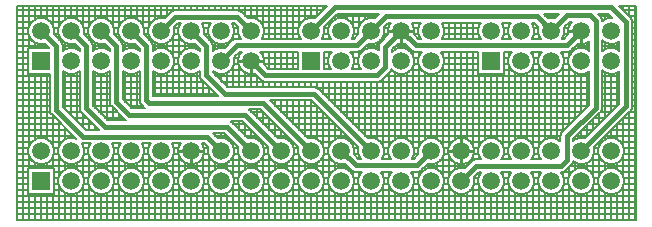
<source format=gtl>
%FSTAX23Y23*%
%MOIN*%
%SFA1B1*%

%IPPOS*%
%ADD11C,0.010000*%
%ADD14C,0.008000*%
%ADD15C,0.015750*%
%ADD16C,0.059060*%
%ADD17R,0.059060X0.059060*%
%LNzx-joy-1*%
%LPD*%
G54D11*
X019Y0061D02*
Y0065D01*
X0186D02*
X019D01*
X013D02*
X01339D01*
X0126D02*
X013D01*
Y0061D02*
Y0065D01*
X015Y0025D02*
X01539D01*
X015D02*
Y00289D01*
X0146Y0025D02*
X015D01*
Y0021D02*
Y0025D01*
X008Y0055D02*
X00839D01*
X0076D02*
X008D01*
Y0051D02*
Y0055D01*
X006Y0025D02*
X00639D01*
X0056D02*
X006D01*
Y0021D02*
Y0025D01*
G54D14*
X02069Y0068D02*
D01*
X02069Y00681*
X02069Y00683*
X02069Y00684*
X02069Y00686*
X02068Y00687*
X02067Y00689*
X02067Y0069*
X02066Y00691*
X02065Y00692*
X02064Y00694*
X02063Y00695*
X02063Y00695*
X02069Y0068D02*
D01*
X02069Y00681*
X02069Y00683*
X02069Y00684*
X02069Y00686*
X02068Y00687*
X02067Y00689*
X02067Y0069*
X02066Y00691*
X02065Y00692*
X02064Y00694*
X02063Y00695*
X02063Y00695*
X02003Y00693D02*
D01*
X02Y00693*
X01997Y00693*
X01994Y00693*
X01991Y00692*
X01988Y00692*
X01985Y00691*
X01983Y0069*
X0198Y00688*
X01977Y00687*
X01975Y00685*
X01972Y00683*
X0197Y00681*
X01969Y00681*
Y00683D02*
D01*
X01969Y00684*
X01969Y00686*
X01969Y00687*
X01969Y00689*
X01968Y0069*
X01967Y00691*
X01967Y00693*
X01966Y00694*
X01965Y00695*
X01964Y00697*
X01963Y00698*
X01963Y00698*
X01969Y00683D02*
D01*
X01969Y00684*
X01969Y00686*
X01969Y00687*
X01969Y00689*
X01968Y0069*
X01967Y00691*
X01967Y00693*
X01966Y00694*
X01965Y00695*
X01964Y00697*
X01963Y00698*
X01963Y00698*
X01969Y00618D02*
D01*
X01972Y00616*
X01974Y00614*
X01977Y00613*
X01979Y00611*
X01982Y0061*
X01985Y00609*
X01988Y00608*
X01991Y00607*
X01994Y00606*
X01997Y00606*
X02Y00606*
X02003Y00606*
X02006Y00606*
X02009Y00607*
X02012Y00608*
X02015Y00609*
X02017Y0061*
X0202Y00611*
X02023Y00613*
X02025Y00614*
X02026Y00615*
X01888Y00607D02*
D01*
X01891Y00607*
X01894Y00606*
X01897Y00606*
X019Y00606*
X01903Y00606*
X01906Y00607*
X01909Y00607*
X01912Y00608*
X01915Y00609*
X01918Y0061*
X01921Y00611*
X01923Y00613*
X01926Y00615*
X01811Y00692D02*
D01*
X01808Y00692*
X01805Y00693*
X01802Y00693*
X01799Y00693*
X01796Y00693*
X01793Y00692*
X0179Y00692*
X01788Y00692*
X01743Y0065D02*
D01*
X01743Y00653*
X01743Y00656*
X01742Y00659*
X01741Y00661*
X0174Y00664*
X01739Y00667*
X01738Y0067*
X01736Y00673*
X01735Y00675*
X01734Y00676*
X01643Y0065D02*
D01*
X01643Y00653*
X01643Y00656*
X01642Y00659*
X01641Y00661*
X0164Y00664*
X01639Y00667*
X01638Y0067*
X01636Y00673*
X01635Y00675*
X01634Y00676*
X01843Y0065D02*
D01*
X01843Y00653*
X01843Y00656*
X01842Y00659*
X01842Y00661*
X01868Y0068D02*
D01*
X01866Y00678*
X01865Y00675*
X01863Y00673*
X01861Y0067*
X0186Y00668*
X01859Y00665*
X01858Y00662*
X01857Y00659*
X01856Y00656*
X01856Y00653*
X01856Y0065*
X01856Y00647*
X01856Y00644*
X01857Y00641*
X01857Y00638*
X01757Y00661D02*
D01*
X01757Y00658*
X01756Y00655*
X01756Y00652*
X01756Y00649*
X01756Y00646*
X01757Y00643*
X01757Y0064*
X01758Y00637*
X01759Y00634*
X0176Y00631*
X01761Y00628*
X01763Y00626*
X01765Y00623*
X01834D02*
D01*
X01836Y00626*
X01838Y00628*
X01839Y00631*
X0184Y00634*
X01841Y00637*
X01842Y0064*
X01843Y00643*
X01843Y00646*
X01843Y00649*
Y0065*
X01926Y00584D02*
D01*
X01923Y00586*
X01921Y00588*
X01918Y00589*
X01915Y0059*
X01912Y00591*
X01909Y00592*
X01906Y00593*
X01903Y00593*
X019Y00593*
X01897Y00593*
X01894Y00593*
X01891Y00592*
X01888Y00592*
X01885Y00591*
X01882Y0059*
X0188Y00588*
X01877Y00587*
X01874Y00585*
X01872Y00583*
X0187Y00581*
X01868Y00579*
X01866Y00577*
X01864Y00574*
X01862Y00572*
X01861Y00569*
X01859Y00566*
X01858Y00564*
X01857Y00561*
X01857Y00558*
X01856Y00555*
X01856Y00552*
X01856Y00549*
X01856Y00546*
X01857Y00543*
X01857Y0054*
X01858Y00537*
X01859Y00534*
X0186Y00531*
X01861Y00528*
X01863Y00526*
X01865Y00523*
X01867Y00521*
X01869Y00519*
X01871Y00517*
X01873Y00515*
X01876Y00513*
X01878Y00511*
X01881Y0051*
X01884Y00509*
X01887Y00508*
X0189Y00507*
X01893Y00507*
X01896Y00506*
X01899Y00506*
X01902Y00506*
X01905Y00506*
X01908Y00507*
X01911Y00507*
X01914Y00508*
X01917Y00509*
X01919Y00511*
X01922Y00512*
X01925Y00514*
X01926Y00515*
X01734Y00623D02*
D01*
X01736Y00626*
X01738Y00628*
X01739Y00631*
X0174Y00634*
X01741Y00637*
X01742Y0064*
X01743Y00643*
X01743Y00646*
X01743Y00649*
Y0065*
X01665Y00676D02*
D01*
X01663Y00673*
X01661Y00671*
X0166Y00668*
X01659Y00665*
X01658Y00662*
X01657Y00659*
X01656Y00656*
X01656Y00653*
X01656Y0065*
X01656Y00647*
X01656Y00644*
X01657Y00641*
X01657Y00638*
X01658Y00635*
X01659Y00632*
X01661Y0063*
X01662Y00627*
X01664Y00624*
X01665Y00623*
X01634D02*
D01*
X01636Y00626*
X01638Y00628*
X01639Y00631*
X0164Y00634*
X01641Y00637*
X01642Y0064*
X01643Y00643*
X01643Y00646*
X01643Y00649*
X01643Y0065*
X02026Y00584D02*
D01*
X02023Y00586*
X02021Y00588*
X02018Y00589*
X02015Y0059*
X02012Y00591*
X02009Y00592*
X02006Y00593*
X02003Y00593*
X02Y00593*
X01997Y00593*
X01994Y00593*
X01991Y00592*
X01988Y00592*
X01985Y00591*
X01982Y0059*
X0198Y00588*
X01977Y00587*
X01974Y00585*
X01972Y00583*
X0197Y00581*
X01969Y00581*
Y00518D02*
D01*
X01972Y00516*
X01974Y00514*
X01977Y00513*
X01979Y00511*
X01982Y0051*
X01985Y00509*
X01988Y00508*
X01991Y00507*
X01994Y00506*
X01997Y00506*
X02Y00506*
X02003Y00506*
X02006Y00506*
X02009Y00507*
X02012Y00508*
X02015Y00509*
X02017Y0051*
X0202Y00511*
X02023Y00513*
X02025Y00514*
X02026Y00515*
X02063Y00382D02*
D01*
X02064Y00383*
X02065Y00384*
X02066Y00386*
X02067Y00387*
X02067Y00388*
X02068Y0039*
X02068Y00391*
X02069Y00393*
X02069Y00394*
X02069Y00396*
X02069Y00397*
X02069Y00398*
X02063Y00382D02*
D01*
X02064Y00383*
X02065Y00384*
X02066Y00386*
X02067Y00387*
X02067Y00388*
X02068Y0039*
X02068Y00391*
X02069Y00393*
X02069Y00394*
X02069Y00396*
X02069Y00397*
X02069Y00398*
X01963Y00378D02*
D01*
X01964Y00379*
X01965Y0038*
X01966Y00382*
X01967Y00383*
X01967Y00384*
X01968Y00386*
X01968Y00387*
X01969Y00389*
X01969Y0039*
X01969Y00392*
X01969Y00393*
X01969Y00394*
X01963Y00378D02*
D01*
X01964Y00379*
X01965Y0038*
X01966Y00382*
X01967Y00383*
X01967Y00384*
X01968Y00386*
X01968Y00387*
X01969Y00389*
X01969Y0039*
X01969Y00392*
X01969Y00393*
X01969Y00394*
X01852Y0058D02*
D01*
X01853Y0058*
X01855Y0058*
X01856Y0058*
X01858Y0058*
X01859Y00581*
X0186Y00582*
X01862Y00582*
X01863Y00583*
X01864Y00584*
X01866Y00585*
X01867Y00586*
X01867Y00586*
X01852Y0058D02*
D01*
X01853Y0058*
X01855Y0058*
X01856Y0058*
X01858Y0058*
X01859Y00581*
X0186Y00582*
X01862Y00582*
X01863Y00583*
X01864Y00584*
X01866Y00585*
X01867Y00586*
X01867Y00586*
X01843Y0055D02*
D01*
X01843Y00553*
X01843Y00556*
X01842Y00559*
X01841Y00561*
X0184Y00564*
X01839Y00567*
X01838Y0057*
X01836Y00573*
X01835Y00575*
X01833Y00577*
X01831Y0058*
X01743Y0055D02*
D01*
X01743Y00553*
X01743Y00556*
X01742Y00559*
X01741Y00561*
X0174Y00564*
X01739Y00567*
X01738Y0057*
X01736Y00573*
X01735Y00575*
X01733Y00577*
X01731Y0058*
X01768D02*
D01*
X01766Y00577*
X01764Y00575*
X01763Y00572*
X01761Y0057*
X0176Y00567*
X01759Y00564*
X01758Y00561*
X01757Y00558*
X01756Y00555*
X01756Y00552*
X01756Y00549*
X01756Y00546*
X01756Y00543*
X01757Y0054*
X01758Y00537*
X01759Y00534*
X0176Y00532*
X01761Y00529*
X01763Y00526*
X01764Y00524*
X01766Y00521*
X01768Y00519*
X0177Y00517*
X01773Y00515*
X01775Y00513*
X01778Y00512*
X01781Y0051*
X01783Y00509*
X01786Y00508*
X01789Y00507*
X01792Y00507*
X01795Y00506*
X01798Y00506*
X01801Y00506*
X01804Y00506*
X01807Y00507*
X0181Y00507*
X01813Y00508*
X01816Y00509*
X01819Y0051*
X01821Y00512*
X01824Y00513*
X01826Y00515*
X01829Y00517*
X01831Y00519*
X01833Y00522*
X01835Y00524*
X01836Y00527*
X01838Y00529*
X01839Y00532*
X0184Y00535*
X01841Y00538*
X01842Y00541*
X01843Y00544*
X01843Y00547*
X01843Y0055*
X01668Y0058D02*
D01*
X01666Y00577*
X01664Y00575*
X01663Y00572*
X01661Y0057*
X0166Y00567*
X01659Y00564*
X01658Y00561*
X01657Y00558*
X01656Y00555*
X01656Y00552*
X01656Y00549*
X01656Y00546*
X01656Y00543*
X01657Y0054*
X01658Y00537*
X01659Y00534*
X0166Y00532*
X01661Y00529*
X01663Y00526*
X01664Y00524*
X01666Y00521*
X01668Y00519*
X0167Y00517*
X01673Y00515*
X01675Y00513*
X01678Y00512*
X01681Y0051*
X01683Y00509*
X01686Y00508*
X01689Y00507*
X01692Y00507*
X01695Y00506*
X01698Y00506*
X01701Y00506*
X01704Y00506*
X01707Y00507*
X0171Y00507*
X01713Y00508*
X01716Y00509*
X01719Y0051*
X01721Y00512*
X01724Y00513*
X01726Y00515*
X01729Y00517*
X01731Y00519*
X01733Y00522*
X01735Y00524*
X01736Y00527*
X01738Y00529*
X01739Y00532*
X0174Y00535*
X01741Y00538*
X01742Y00541*
X01743Y00544*
X01743Y00547*
X01743Y0055*
X01443Y0065D02*
D01*
X01443Y00653*
X01443Y00656*
X01442Y00659*
X01441Y00661*
X0144Y00664*
X01439Y00667*
X01438Y0067*
X01436Y00673*
X01435Y00675*
X01434Y00676*
X01343Y0065D02*
D01*
X01343Y00653*
X01343Y00656*
X01342Y00659*
X01341Y00661*
X0134Y00664*
X01339Y00667*
X01338Y0067*
X01336Y00673*
X01335Y00675*
X01334Y00676*
X01243Y0065D02*
D01*
X01243Y00653*
X01243Y00656*
X01242Y00659*
X01242Y00661*
X01565Y00676D02*
D01*
X01563Y00673*
X01561Y00671*
X0156Y00668*
X01559Y00665*
X01558Y00662*
X01557Y00659*
X01556Y00656*
X01556Y00653*
X01556Y0065*
X01556Y00647*
X01556Y00644*
X01557Y00641*
X01557Y00638*
X01558Y00635*
X01559Y00632*
X01561Y0063*
X01562Y00627*
X01564Y00624*
X01565Y00623*
X01434D02*
D01*
X01436Y00626*
X01438Y00628*
X01439Y00631*
X0144Y00634*
X01441Y00637*
X01442Y0064*
X01443Y00643*
X01443Y00646*
X01443Y00649*
Y0065*
X01365Y00676D02*
D01*
X01363Y00673*
X01361Y00671*
X0136Y00668*
X01359Y00665*
X01358Y00662*
X01357Y00659*
X01356Y00656*
X01356Y00653*
X01356Y0065*
X01356Y00647*
X01356Y00644*
X01357Y00641*
X01357Y00638*
X01358Y00635*
X01359Y00632*
X01361Y0063*
X01362Y00627*
X01364Y00624*
X01365Y00623*
X01342Y00638D02*
D01*
X01342Y00641*
X01343Y00644*
X01343Y00647*
X01343Y0065*
X01265Y00676D02*
D01*
X01263Y00673*
X01261Y00671*
X0126Y00668*
X01259Y00665*
X01258Y00662*
X01257Y00659*
X01256Y00656*
X01256Y00653*
X01256Y0065*
X01256Y00647*
X01256Y00644*
X01257Y00641*
X01257Y00638*
X01211Y00692D02*
D01*
X01208Y00692*
X01205Y00693*
X01202Y00693*
X01199Y00693*
X01196Y00693*
X01193Y00692*
X0119Y00692*
X01187Y00691*
X01184Y0069*
X01181Y00689*
X01178Y00688*
X01176Y00686*
X01173Y00684*
X01171Y00682*
X01169Y0068*
X01167Y00678*
X01165Y00676*
X01163Y00673*
X01161Y0067*
X0116Y00668*
X01159Y00665*
X01158Y00662*
X01157Y00659*
X01156Y00656*
X01156Y00653*
X01156Y0065*
X01156Y00647*
X01156Y00644*
X01157Y00641*
X01157Y00638*
X01188Y00607D02*
D01*
X01191Y00607*
X01194Y00606*
X01197Y00606*
X012Y00606*
X01203Y00606*
X01206Y00607*
X01209Y00607*
X01212Y00608*
X01215Y00609*
X01218Y0061*
X01221Y00611*
X01223Y00613*
X01226Y00615*
X01228Y00617*
X0123Y00619*
X01232Y00621*
X01234Y00623*
X01236Y00626*
X01238Y00629*
X01239Y00631*
X0124Y00634*
X01241Y00637*
X01242Y0064*
X01243Y00643*
X01243Y00646*
X01243Y00649*
X01243Y0065*
X01143D02*
D01*
X01143Y00653*
X01143Y00656*
X01142Y00659*
X01141Y00661*
X0114Y00664*
X01139Y00667*
X01138Y0067*
X01136Y00673*
X01135Y00675*
X01133Y00677*
X01131Y0068*
X01129Y00682*
X01126Y00684*
X01124Y00686*
X01121Y00687*
X01119Y00689*
X01116Y0069*
X01113Y00691*
X0111Y00692*
X01107Y00692*
X01104Y00693*
X01101Y00693*
X01098*
X01095Y00693*
X01092Y00692*
X01089Y00692*
X01086Y00691*
X01083Y0069*
X0108Y00689*
X01078Y00687*
X01075Y00686*
X01073Y00684*
X0107Y00682*
X01068Y0068*
X01066Y00677*
X01064Y00675*
X01063Y00673*
X01061Y0067*
X0106Y00667*
X01059Y00664*
X01058Y00661*
X01057Y00659*
X01056Y00656*
X01056Y00653*
X01056Y00649*
X01056Y00646*
X01056Y00643*
X01057Y0064*
X01058Y00638*
X01059Y00635*
X0106Y00632*
X01061Y00629*
X01063Y00626*
X01064Y00624*
X01135D02*
D01*
X01136Y00626*
X01138Y00629*
X01139Y00632*
X0114Y00635*
X01141Y00638*
X01142Y00641*
X01143Y00644*
X01143Y00647*
X01143Y0065*
X01043D02*
D01*
X01043Y00653*
X01043Y00656*
X01042Y00659*
X01042Y00661*
X01011Y00692D02*
D01*
X01008Y00692*
X01005Y00693*
X01002Y00693*
X00999Y00693*
X00996Y00693*
X00993Y00692*
X0099Y00692*
X00987Y00691*
X00984Y0069*
X00981Y00689*
X00978Y00688*
X00976Y00686*
X00973Y00684*
X00971Y00682*
X00969Y0068*
X00967Y00678*
X00965Y00676*
X00963Y00673*
X00961Y0067*
X0096Y00668*
X00959Y00665*
X00958Y00662*
X00957Y00659*
X00956Y00656*
X00956Y00653*
X00956Y0065*
X00956Y00647*
X00956Y00644*
X00957Y00641*
X00957Y00638*
X00958Y00635*
X00959Y00632*
X00961Y0063*
X00962Y00627*
X00964Y00624*
X00964Y00624*
X01035D02*
D01*
X01036Y00626*
X01038Y00629*
X01039Y00632*
X0104Y00635*
X01041Y00638*
X01042Y00641*
X01043Y00644*
X01043Y00647*
X01043Y0065*
X01288Y00607D02*
D01*
X01291Y00607*
X01294Y00606*
X01297Y00606*
X013Y00606*
X01303Y00606*
X01306Y00607*
X01309Y00607*
X01311Y00607*
X01332Y00586D02*
D01*
X01333Y00585*
X01334Y00584*
X01336Y00583*
X01337Y00582*
X01338Y00582*
X0134Y00581*
X01341Y00581*
X01343Y0058*
X01344Y0058*
X01346Y0058*
X01347Y0058*
X01348Y0058*
X01332Y00586D02*
D01*
X01333Y00585*
X01334Y00584*
X01336Y00583*
X01337Y00582*
X01338Y00582*
X0134Y00581*
X01341Y00581*
X01343Y0058*
X01344Y0058*
X01346Y0058*
X01347Y0058*
X01348Y0058*
X01231Y00612D02*
D01*
X0123Y00611*
X01229Y0061*
X01229Y00609*
X01228Y00608*
X01227Y00606*
X01226Y00605*
X01226Y00603*
X01226Y00602*
X01225Y006*
X01225Y00599*
X01225Y00597*
X01225Y00597*
X01231Y00612D02*
D01*
X0123Y00611*
X01229Y0061*
X01229Y00609*
X01228Y00608*
X01227Y00606*
X01226Y00605*
X01226Y00603*
X01226Y00602*
X01225Y006*
X01225Y00599*
X01225Y00597*
X01225Y00597*
X01443Y0055D02*
D01*
X01443Y00553*
X01443Y00556*
X01442Y00559*
X01441Y00561*
X0144Y00564*
X01439Y00567*
X01438Y0057*
X01436Y00573*
X01435Y00575*
X01433Y00577*
X01431Y0058*
X01368D02*
D01*
X01366Y00577*
X01364Y00575*
X01363Y00572*
X01361Y0057*
X0136Y00567*
X01359Y00564*
X01358Y00561*
X01357Y00558*
X01356Y00555*
X01356Y00552*
X01356Y00549*
X01356Y00546*
X01356Y00543*
X01357Y0054*
X01358Y00537*
X01359Y00534*
X0136Y00532*
X01361Y00529*
X01363Y00526*
X01364Y00524*
X01366Y00521*
X01368Y00519*
X0137Y00517*
X01373Y00515*
X01375Y00513*
X01378Y00512*
X01381Y0051*
X01383Y00509*
X01386Y00508*
X01389Y00507*
X01392Y00507*
X01395Y00506*
X01398Y00506*
X01401Y00506*
X01404Y00506*
X01407Y00507*
X0141Y00507*
X01413Y00508*
X01416Y00509*
X01419Y0051*
X01421Y00512*
X01424Y00513*
X01426Y00515*
X01429Y00517*
X01431Y00519*
X01433Y00522*
X01435Y00524*
X01436Y00527*
X01438Y00529*
X01439Y00532*
X0144Y00535*
X01441Y00538*
X01442Y00541*
X01443Y00544*
X01443Y00547*
X01443Y0055*
X01343D02*
D01*
X01343Y00553*
X01343Y00556*
X01342Y00559*
X01341Y00561*
X0134Y00564*
X01339Y00567*
X01338Y0057*
X01336Y00573*
X01335Y00575*
X01333Y00577*
X01331Y0058*
X01329Y00582*
X01326Y00584*
X01324Y00586*
X01321Y00587*
X01319Y00589*
X01316Y0059*
X01313Y00591*
X0131Y00592*
X01307Y00592*
X01304Y00593*
X01301Y00593*
X01298*
X01295Y00593*
X01292Y00592*
X01289Y00592*
X01286Y00591*
X01283Y0059*
X0128Y00589*
X01278Y00587*
X01275Y00586*
X01273Y00584*
X0127Y00582*
X01269Y0058*
X01267Y00521D02*
D01*
X01269Y00518*
X01271Y00516*
X01274Y00515*
X01276Y00513*
X01279Y00511*
X01281Y0051*
X01284Y00509*
X01287Y00508*
X0129Y00507*
X01293Y00506*
X01296Y00506*
X01299Y00506*
X01302Y00506*
X01305Y00506*
X01308Y00507*
X01311Y00508*
X01314Y00508*
X01317Y0051*
X0132Y00511*
X01322Y00512*
X01325Y00514*
X01327Y00516*
X01329Y00518*
X01332Y0052*
X01334Y00522*
X01335Y00525*
X01337Y00527*
X01338Y0053*
X0134Y00533*
X01341Y00536*
X01342Y00539*
X01342Y00542*
X01343Y00545*
X01343Y00548*
X01343Y0055*
X01262Y00514D02*
D01*
X01263Y00515*
X01264Y00516*
X01265Y00518*
X01266Y00519*
X01267Y0052*
X01267Y00521*
X01262Y00514D02*
D01*
X01263Y00515*
X01264Y00516*
X01265Y00518*
X01266Y00519*
X01267Y0052*
X01267Y00521*
X0122Y0048D02*
D01*
X01221Y0048*
X01223Y0048*
X01224Y00481*
X01226Y00481*
X01227Y00482*
X01228Y00482*
X0123Y00483*
X01231Y00484*
X01232Y00484*
X01234Y00485*
X01235Y00486*
X01235Y00487*
X0122Y0048D02*
D01*
X01221Y0048*
X01223Y0048*
X01224Y00481*
X01226Y00481*
X01227Y00482*
X01228Y00482*
X0123Y00483*
X01231Y00484*
X01232Y00484*
X01234Y00485*
X01235Y00486*
X01235Y00487*
X01225Y00585D02*
D01*
X01223Y00586*
X0122Y00588*
X01217Y00589*
X01214Y0059*
X01211Y00591*
X01208Y00592*
X01205Y00593*
X01202Y00593*
X01199Y00593*
X01196Y00593*
X01193Y00593*
X0119Y00592*
X01187Y00591*
X01185Y0059*
X01182Y00589*
X01179Y00588*
X01176Y00586*
X01174Y00585*
X01171Y00583*
X01169Y00581*
X01167Y00579*
X01165Y00576*
X01163Y00574*
X01162Y00571*
X0116Y00569*
X01159Y00566*
X01158Y00563*
X01157Y0056*
X01157Y00557*
X01156Y00554*
X01156Y00551*
X01156Y00548*
X01156Y00545*
X01157Y00542*
X01157Y00539*
X01158Y00536*
X01159Y00533*
X0116Y0053*
X01162Y00528*
X01163Y00525*
X01164Y00524*
X01152Y0058D02*
D01*
X01154Y0058*
X01155Y0058*
X01157Y00581*
X01158Y00581*
X0116Y00582*
X01161Y00582*
X01162Y00583*
X01164Y00584*
X01165Y00584*
X01166Y00585*
X01167Y00586*
X01168Y00587*
X01152Y0058D02*
D01*
X01154Y0058*
X01155Y0058*
X01157Y00581*
X01158Y00581*
X0116Y00582*
X01161Y00582*
X01162Y00583*
X01164Y00584*
X01165Y00584*
X01166Y00585*
X01167Y00586*
X01168Y00587*
X01143Y0055D02*
D01*
X01143Y00553*
X01143Y00556*
X01142Y00559*
X01141Y00561*
X0114Y00564*
X01139Y00567*
X01138Y0057*
X01136Y00573*
X01135Y00575*
X01133Y00577*
X01131Y0058*
X0113Y0058*
X01135Y00524D02*
D01*
X01136Y00526*
X01138Y00529*
X01139Y00532*
X0114Y00535*
X01141Y00538*
X01142Y00541*
X01143Y00544*
X01143Y00547*
X01143Y0055*
X01069Y0058D02*
D01*
X01067Y00578*
X01065Y00576*
X01063Y00573*
X01061Y00571*
X0106Y00568*
X01059Y00565*
X01058Y00562*
X01057Y00559*
X01057Y00556*
X01056Y00553*
X01056Y0055*
X01056Y00547*
X01056Y00544*
X01057Y00541*
X01057Y00538*
X01058Y00535*
X01059Y00532*
X01061Y0053*
X01062Y00527*
X01064Y00524*
X01064Y00524*
X01025Y00455D02*
D01*
X01024Y00456*
X01023Y00457*
X01021Y00458*
X0102Y00459*
X01019Y00459*
X01017Y0046*
X01016Y0046*
X01014Y00461*
X01013Y00461*
X01011Y00461*
X0101Y00461*
X0101Y00461*
X01025Y00455D02*
D01*
X01024Y00456*
X01023Y00457*
X01021Y00458*
X0102Y00459*
X01019Y00459*
X01017Y0046*
X01016Y0046*
X01014Y00461*
X01013Y00461*
X01011Y00461*
X0101Y00461*
X0101Y00461*
X01836Y00313D02*
D01*
X01835Y00312*
X01834Y00311*
X01833Y00309*
X01832Y00308*
X01832Y00307*
X01831Y00305*
X01831Y00304*
X0183Y00302*
X0183Y00301*
X0183Y00299*
X0183Y00298*
X0183Y00298*
X01911Y00292D02*
D01*
X01908Y00292*
X01905Y00293*
X01902Y00293*
X01899Y00293*
X01896Y00293*
X01893Y00292*
X0189Y00292*
X01887Y00291*
X01884Y0029*
X01881Y00289*
X01878Y00288*
X01876Y00286*
X01873Y00284*
X01836Y00313D02*
D01*
X01835Y00312*
X01834Y00311*
X01833Y00309*
X01832Y00308*
X01832Y00307*
X01831Y00305*
X01831Y00304*
X0183Y00302*
X0183Y00301*
X0183Y00299*
X0183Y00298*
X0183Y00298*
X02043Y0025D02*
D01*
X02043Y00253*
X02043Y00256*
X02042Y00259*
X02041Y00261*
X0204Y00264*
X02039Y00267*
X02038Y0027*
X02036Y00273*
X02035Y00275*
X02033Y00277*
X02031Y0028*
X02029Y00282*
X02026Y00284*
X02024Y00286*
X02021Y00287*
X02019Y00289*
X02016Y0029*
X02013Y00291*
X0201Y00292*
X02007Y00292*
X02004Y00293*
X02001Y00293*
X01998*
X01995Y00293*
X01992Y00292*
X01989Y00292*
X01986Y00291*
X01983Y0029*
X0198Y00289*
X01978Y00287*
X01975Y00286*
X01973Y00284*
X0197Y00282*
X01968Y0028*
X01966Y00277*
X01964Y00275*
X01963Y00273*
X01961Y0027*
X0196Y00267*
X01959Y00264*
X01958Y00261*
X01957Y00259*
X01956Y00256*
X01956Y00253*
X01956Y0025*
X01956Y00246*
X01956Y00243*
X01957Y0024*
X01958Y00238*
X01959Y00235*
X0196Y00232*
X01961Y00229*
X01963Y00226*
X01964Y00224*
X01966Y00222*
X01968Y00219*
X0197Y00217*
X01973Y00215*
X01975Y00213*
X01978Y00212*
X0198Y0021*
X01983Y00209*
X01986Y00208*
X01989Y00207*
X01992Y00207*
X01995Y00206*
X01998Y00206*
X02001*
X02004Y00206*
X02007Y00207*
X0201Y00207*
X02013Y00208*
X02016Y00209*
X02019Y0021*
X02021Y00212*
X02024Y00213*
X02026Y00215*
X02029Y00217*
X02031Y00219*
X02033Y00222*
X02035Y00224*
X02036Y00226*
X02038Y00229*
X02039Y00232*
X0204Y00235*
X02041Y00238*
X02042Y0024*
X02043Y00243*
X02043Y00246*
X02043Y0025*
X01943D02*
D01*
X01943Y00253*
X01943Y00256*
X01942Y00259*
X01942Y00261*
X01873Y00215D02*
D01*
X01875Y00213*
X01878Y00212*
X01881Y0021*
X01883Y00209*
X01886Y00208*
X01889Y00207*
X01892Y00207*
X01895Y00206*
X01898Y00206*
X01901Y00206*
X01904Y00206*
X01907Y00207*
X0191Y00207*
X01913Y00208*
X01916Y00209*
X01919Y0021*
X01921Y00212*
X01924Y00214*
X01927Y00215*
X01929Y00217*
X01931Y00219*
X01933Y00222*
X01935Y00224*
X01937Y00227*
X01938Y00229*
X01939Y00232*
X0194Y00235*
X01941Y00238*
X01942Y00241*
X01943Y00244*
X01943Y00247*
X01943Y0025*
X0183Y00281D02*
D01*
X01827Y00283*
X01825Y00285*
X01822Y00286*
X0182Y00288*
X01817Y00289*
X01814Y0029*
X01811Y00291*
X01808Y00292*
X01805Y00293*
X01802Y00293*
X01799Y00293*
X01796Y00293*
X01793Y00293*
X0179Y00292*
X01787Y00291*
X01784Y0029*
X01782Y00289*
X01779Y00288*
X01776Y00286*
X01774Y00285*
X01771Y00283*
X01769Y00281*
X01767Y00279*
X01765Y00276*
X01763Y00274*
X01762Y00271*
X0176Y00268*
X01759Y00266*
X01758Y00263*
X01757Y0026*
X01757Y00257*
X01756Y00254*
X01756Y00251*
X01756Y00248*
X01756Y00245*
X01757Y00242*
X01757Y00239*
X01758Y00236*
X01759Y00233*
X0176Y0023*
X01762Y00228*
X01763Y00225*
X01765Y00223*
X01766Y00221*
X01733D02*
D01*
X01735Y00224*
X01736Y00226*
X01738Y00229*
X01739Y00232*
X0174Y00234*
X01741Y00237*
X01742Y0024*
X01743Y00243*
X01743Y00246*
X01743Y00249*
X01743Y0025*
X01643D02*
D01*
X01643Y00253*
X01643Y00256*
X01642Y00259*
X01641Y00261*
X0164Y00264*
X01639Y00267*
X01638Y0027*
X01636Y00273*
X01635Y00275*
X01633Y00277*
X01631Y0028*
X01629Y00282*
X01626Y00284*
X01624Y00286*
X01621Y00287*
X01619Y00289*
X01616Y0029*
X01613Y00291*
X0161Y00292*
X01607Y00292*
X01604Y00293*
X01601Y00293*
X01598*
X01595Y00293*
X01592Y00292*
X01589Y00292*
X01586Y00291*
X01583Y0029*
X0158Y00289*
X01578Y00287*
X01575Y00286*
X01573Y00284*
X0157Y00282*
X01568Y0028*
X01566Y00277*
X01564Y00275*
X01563Y00273*
X01561Y0027*
X0156Y00267*
X01559Y00264*
X01558Y00261*
X01557Y00259*
X01556Y00256*
X01556Y00253*
X01556Y00249*
X01556Y00246*
X01556Y00243*
X01557Y0024*
X01558Y00238*
X01559Y00235*
X0156Y00232*
X01561Y00229*
X01563Y00226*
X01564Y00224*
X01566Y00222*
X01566Y00221*
X01743Y0025D02*
D01*
X01743Y00253*
X01743Y00256*
X01742Y00259*
X01741Y00261*
X0174Y00264*
X01739Y00267*
X01738Y0027*
X01736Y00273*
X01735Y00275*
X01733Y00277*
X01731Y0028*
X01729Y00282*
X01726Y00284*
X01724Y00286*
X01721Y00287*
X01719Y00289*
X01716Y0029*
X01713Y00291*
X0171Y00292*
X01707Y00292*
X01704Y00293*
X01701Y00293*
X01698*
X01695Y00293*
X01692Y00292*
X01689Y00292*
X01686Y00291*
X01683Y0029*
X0168Y00289*
X01678Y00287*
X01675Y00286*
X01673Y00284*
X0167Y00282*
X01668Y0028*
X01666Y00277*
X01664Y00275*
X01663Y00273*
X01661Y0027*
X0166Y00267*
X01659Y00264*
X01658Y00261*
X01657Y00259*
X01656Y00256*
X01656Y00253*
X01656Y00249*
X01656Y00246*
X01656Y00243*
X01657Y0024*
X01658Y00238*
X01659Y00235*
X0166Y00232*
X01661Y00229*
X01663Y00226*
X01664Y00224*
X01666Y00222*
X01666Y00221*
X01633D02*
D01*
X01635Y00224*
X01636Y00226*
X01638Y00229*
X01639Y00232*
X0164Y00234*
X01641Y00237*
X01642Y0024*
X01643Y00243*
X01643Y00246*
X01643Y00249*
X01643Y0025*
X01543D02*
D01*
X01543Y00253*
X01543Y00256*
X01542Y00259*
X01541Y00261*
X0154Y00264*
X01539Y00267*
X01538Y0027*
X01536Y00273*
X01535Y00275*
X01533Y00277*
X01531Y0028*
X01529Y00282*
X01526Y00284*
X01524Y00286*
X01521Y00287*
X01519Y00289*
X01516Y0029*
X01513Y00291*
X0151Y00292*
X01507Y00292*
X01504Y00293*
X01501Y00293*
X01498*
X01495Y00293*
X01492Y00292*
X01489Y00292*
X01486Y00291*
X01483Y0029*
X0148Y00289*
X01478Y00287*
X01475Y00286*
X01473Y00284*
X0147Y00282*
X01468Y0028*
X01466Y00277*
X01464Y00275*
X01463Y00273*
X01461Y0027*
X0146Y00267*
X01459Y00264*
X01458Y00261*
X01457Y00259*
X01456Y00256*
X01456Y00253*
X01456Y0025*
X01456Y00246*
X01456Y00243*
X01457Y0024*
X01458Y00238*
X01459Y00235*
X0146Y00232*
X01461Y00229*
X01463Y00226*
X01464Y00224*
X01466Y00222*
X01468Y00219*
X0147Y00217*
X01473Y00215*
X01475Y00213*
X01478Y00212*
X0148Y0021*
X01483Y00209*
X01486Y00208*
X01489Y00207*
X01492Y00207*
X01495Y00206*
X01498Y00206*
X01501*
X01504Y00206*
X01507Y00207*
X0151Y00207*
X01513Y00208*
X01516Y00209*
X01519Y0021*
X01521Y00212*
X01524Y00213*
X01526Y00215*
X01529Y00217*
X01531Y00219*
X01533Y00222*
X01535Y00224*
X01536Y00226*
X01538Y00229*
X01539Y00232*
X0154Y00235*
X01541Y00238*
X01542Y0024*
X01543Y00243*
X01543Y00246*
X01543Y0025*
X0155Y00221D02*
D01*
X01548Y00221*
X01546Y00221*
X01545Y00221*
X01543Y00221*
X01542Y0022*
X01541Y00219*
X01539Y00219*
X01538Y00218*
X01537Y00217*
X01535Y00216*
X01534Y00215*
X01534Y00215*
X0155Y00221D02*
D01*
X01548Y00221*
X01546Y00221*
X01545Y00221*
X01543Y00221*
X01542Y0022*
X01541Y00219*
X01539Y00219*
X01538Y00218*
X01537Y00217*
X01535Y00216*
X01534Y00215*
X01534Y00215*
X01867Y00204D02*
D01*
X01868Y00205*
X01869Y00206*
X0187Y00208*
X01871Y00209*
X01871Y0021*
X01872Y00212*
X01872Y00213*
X01873Y00215*
X01873Y00215*
X01867Y00204D02*
D01*
X01868Y00205*
X01869Y00206*
X0187Y00208*
X01871Y00209*
X01871Y0021*
X01872Y00212*
X01872Y00213*
X01873Y00215*
X01873Y00215*
X01833Y00178D02*
D01*
X01834Y00178*
X01836Y00178*
X01837Y00178*
X01839Y00179*
X0184Y00179*
X01841Y0018*
X01843Y00181*
X01844Y00182*
X01845Y00183*
X01846Y00184*
X01847Y00184*
X01833Y00178D02*
D01*
X01834Y00178*
X01836Y00178*
X01837Y00178*
X01839Y00179*
X0184Y00179*
X01841Y0018*
X01843Y00181*
X01844Y00182*
X01845Y00183*
X01846Y00184*
X01847Y00184*
X02043Y0015D02*
D01*
X02043Y00153*
X02043Y00156*
X02042Y00159*
X02041Y00161*
X0204Y00164*
X02039Y00167*
X02038Y0017*
X02036Y00173*
X02035Y00175*
X02033Y00177*
X02031Y0018*
X02029Y00182*
X02026Y00184*
X02024Y00186*
X02021Y00187*
X02019Y00189*
X02016Y0019*
X02013Y00191*
X0201Y00192*
X02007Y00192*
X02004Y00193*
X02001Y00193*
X01998*
X01995Y00193*
X01992Y00192*
X01989Y00192*
X01986Y00191*
X01983Y0019*
X0198Y00189*
X01978Y00187*
X01975Y00186*
X01973Y00184*
X0197Y00182*
X01968Y0018*
X01966Y00177*
X01964Y00175*
X01963Y00173*
X01961Y0017*
X0196Y00167*
X01959Y00164*
X01958Y00161*
X01957Y00159*
X01956Y00156*
X01956Y00153*
X01956Y0015*
X01956Y00146*
X01956Y00143*
X01957Y0014*
X01958Y00138*
X01959Y00135*
X0196Y00132*
X01961Y00129*
X01963Y00126*
X01964Y00124*
X01966Y00122*
X01968Y00119*
X0197Y00117*
X01973Y00115*
X01975Y00113*
X01978Y00112*
X0198Y0011*
X01983Y00109*
X01986Y00108*
X01989Y00107*
X01992Y00107*
X01995Y00106*
X01998Y00106*
X02001*
X02004Y00106*
X02007Y00107*
X0201Y00107*
X02013Y00108*
X02016Y00109*
X02019Y0011*
X02021Y00112*
X02024Y00113*
X02026Y00115*
X02029Y00117*
X02031Y00119*
X02033Y00122*
X02035Y00124*
X02036Y00126*
X02038Y00129*
X02039Y00132*
X0204Y00135*
X02041Y00138*
X02042Y0014*
X02043Y00143*
X02043Y00146*
X02043Y0015*
X01943D02*
D01*
X01943Y00153*
X01943Y00156*
X01942Y00159*
X01941Y00161*
X0194Y00164*
X01939Y00167*
X01938Y0017*
X01936Y00173*
X01935Y00175*
X01933Y00177*
X01931Y0018*
X01929Y00182*
X01926Y00184*
X01924Y00186*
X01921Y00187*
X01919Y00189*
X01916Y0019*
X01913Y00191*
X0191Y00192*
X01907Y00192*
X01904Y00193*
X01901Y00193*
X01898*
X01895Y00193*
X01892Y00192*
X01889Y00192*
X01886Y00191*
X01883Y0019*
X0188Y00189*
X01878Y00187*
X01875Y00186*
X01873Y00184*
X0187Y00182*
X01868Y0018*
X01866Y00177*
X01864Y00175*
X01863Y00173*
X01861Y0017*
X0186Y00167*
X01859Y00164*
X01858Y00161*
X01857Y00159*
X01856Y00156*
X01856Y00153*
X01856Y0015*
X01856Y00146*
X01856Y00143*
X01857Y0014*
X01858Y00138*
X01859Y00135*
X0186Y00132*
X01861Y00129*
X01863Y00126*
X01864Y00124*
X01866Y00122*
X01868Y00119*
X0187Y00117*
X01873Y00115*
X01875Y00113*
X01878Y00112*
X0188Y0011*
X01883Y00109*
X01886Y00108*
X01889Y00107*
X01892Y00107*
X01895Y00106*
X01898Y00106*
X01901*
X01904Y00106*
X01907Y00107*
X0191Y00107*
X01913Y00108*
X01916Y00109*
X01919Y0011*
X01921Y00112*
X01924Y00113*
X01926Y00115*
X01929Y00117*
X01931Y00119*
X01933Y00122*
X01935Y00124*
X01936Y00126*
X01938Y00129*
X01939Y00132*
X0194Y00135*
X01941Y00138*
X01942Y0014*
X01943Y00143*
X01943Y00146*
X01943Y0015*
X01843D02*
D01*
X01843Y00153*
X01843Y00156*
X01842Y00159*
X01841Y00161*
X0184Y00164*
X01839Y00167*
X01838Y0017*
X01836Y00173*
X01835Y00175*
X01833Y00177*
X01833Y00178*
X01743Y0015D02*
D01*
X01743Y00153*
X01743Y00156*
X01742Y00159*
X01741Y00161*
X0174Y00164*
X01739Y00167*
X01738Y0017*
X01736Y00173*
X01735Y00175*
X01733Y00177*
X01733Y00178*
X01643Y0015D02*
D01*
X01643Y00153*
X01643Y00156*
X01642Y00159*
X01641Y00161*
X0164Y00164*
X01639Y00167*
X01638Y0017*
X01636Y00173*
X01635Y00175*
X01633Y00177*
X01633Y00178*
X01543Y0015D02*
D01*
X01543Y00153*
X01543Y00156*
X01542Y00159*
X01542Y00161*
X01766Y00178D02*
D01*
X01764Y00175*
X01763Y00173*
X01761Y0017*
X0176Y00167*
X01759Y00165*
X01758Y00162*
X01757Y00159*
X01756Y00156*
X01756Y00153*
X01756Y0015*
X01756Y00147*
X01756Y00144*
X01757Y00141*
X01758Y00138*
X01759Y00135*
X0176Y00132*
X01761Y00129*
X01762Y00127*
X01764Y00124*
X01766Y00122*
X01768Y00119*
X0177Y00117*
X01773Y00115*
X01775Y00114*
X01778Y00112*
X0178Y0011*
X01783Y00109*
X01786Y00108*
X01789Y00107*
X01792Y00107*
X01795Y00106*
X01798Y00106*
X01801Y00106*
X01804Y00106*
X01807Y00107*
X0181Y00107*
X01813Y00108*
X01816Y00109*
X01818Y0011*
X01821Y00112*
X01824Y00113*
X01826Y00115*
X01828Y00117*
X01831Y00119*
X01833Y00121*
X01835Y00124*
X01836Y00126*
X01838Y00129*
X01839Y00132*
X0184Y00134*
X01841Y00137*
X01842Y0014*
X01843Y00143*
X01843Y00146*
X01843Y00149*
X01843Y0015*
X01666Y00178D02*
D01*
X01664Y00175*
X01663Y00173*
X01661Y0017*
X0166Y00167*
X01659Y00165*
X01658Y00162*
X01657Y00159*
X01656Y00156*
X01656Y00153*
X01656Y0015*
X01656Y00147*
X01656Y00144*
X01657Y00141*
X01658Y00138*
X01659Y00135*
X0166Y00132*
X01661Y00129*
X01662Y00127*
X01664Y00124*
X01666Y00122*
X01668Y00119*
X0167Y00117*
X01673Y00115*
X01675Y00114*
X01678Y00112*
X0168Y0011*
X01683Y00109*
X01686Y00108*
X01689Y00107*
X01692Y00107*
X01695Y00106*
X01698Y00106*
X01701Y00106*
X01704Y00106*
X01707Y00107*
X0171Y00107*
X01713Y00108*
X01716Y00109*
X01718Y0011*
X01721Y00112*
X01724Y00113*
X01726Y00115*
X01728Y00117*
X01731Y00119*
X01733Y00121*
X01735Y00124*
X01736Y00126*
X01738Y00129*
X01739Y00132*
X0174Y00134*
X01741Y00137*
X01742Y0014*
X01743Y00143*
X01743Y00146*
X01743Y00149*
X01743Y0015*
X01566Y00178D02*
D01*
X01564Y00175*
X01563Y00173*
X01561Y0017*
X0156Y00167*
X01559Y00165*
X01558Y00162*
X01557Y00159*
X01556Y00156*
X01556Y00153*
X01556Y0015*
X01556Y00147*
X01556Y00144*
X01557Y00141*
X01558Y00138*
X01559Y00135*
X0156Y00132*
X01561Y00129*
X01562Y00127*
X01564Y00124*
X01566Y00122*
X01568Y00119*
X0157Y00117*
X01573Y00115*
X01575Y00114*
X01578Y00112*
X0158Y0011*
X01583Y00109*
X01586Y00108*
X01589Y00107*
X01592Y00107*
X01595Y00106*
X01598Y00106*
X01601Y00106*
X01604Y00106*
X01607Y00107*
X0161Y00107*
X01613Y00108*
X01616Y00109*
X01618Y0011*
X01621Y00112*
X01624Y00113*
X01626Y00115*
X01628Y00117*
X01631Y00119*
X01633Y00121*
X01635Y00124*
X01636Y00126*
X01638Y00129*
X01639Y00132*
X0164Y00134*
X01641Y00137*
X01642Y0014*
X01643Y00143*
X01643Y00146*
X01643Y00149*
X01643Y0015*
X01511Y00192D02*
D01*
X01508Y00192*
X01505Y00193*
X01502Y00193*
X01499Y00193*
X01496Y00193*
X01493Y00192*
X0149Y00192*
X01487Y00191*
X01484Y0019*
X01481Y00189*
X01478Y00188*
X01476Y00186*
X01473Y00184*
X01471Y00182*
X01469Y0018*
X01467Y00178*
X01465Y00176*
X01463Y00173*
X01461Y0017*
X0146Y00168*
X01459Y00165*
X01458Y00162*
X01457Y00159*
X01456Y00156*
X01456Y00153*
X01456Y0015*
X01456Y00147*
X01456Y00144*
X01457Y00141*
X01457Y00138*
X01458Y00135*
X01459Y00132*
X01461Y0013*
X01462Y00127*
X01464Y00124*
X01466Y00122*
X01468Y0012*
X0147Y00118*
X01472Y00116*
X01475Y00114*
X01477Y00112*
X0148Y00111*
X01483Y00109*
X01485Y00108*
X01488Y00107*
X01491Y00107*
X01494Y00106*
X01497Y00106*
X015Y00106*
X01503Y00106*
X01506Y00107*
X01509Y00107*
X01512Y00108*
X01515Y00109*
X01518Y0011*
X01521Y00111*
X01523Y00113*
X01526Y00115*
X01528Y00117*
X0153Y00119*
X01532Y00121*
X01534Y00123*
X01536Y00126*
X01538Y00129*
X01539Y00131*
X0154Y00134*
X01541Y00137*
X01542Y0014*
X01543Y00143*
X01543Y00146*
X01543Y00149*
X01543Y0015*
X01443Y0025D02*
D01*
X01443Y00253*
X01443Y00256*
X01442Y00259*
X01441Y00261*
X0144Y00264*
X01439Y00267*
X01438Y0027*
X01436Y00273*
X01435Y00275*
X01433Y00277*
X01431Y0028*
X01429Y00282*
X01426Y00284*
X01424Y00286*
X01421Y00287*
X01419Y00289*
X01416Y0029*
X01413Y00291*
X0141Y00292*
X01407Y00292*
X01404Y00293*
X01401Y00293*
X01398*
X01395Y00293*
X01392Y00292*
X01389Y00292*
X01386Y00291*
X01383Y0029*
X0138Y00289*
X01378Y00287*
X01375Y00286*
X01373Y00284*
X0137Y00282*
X01368Y0028*
X01366Y00277*
X01364Y00275*
X01363Y00273*
X01361Y0027*
X0136Y00267*
X01359Y00264*
X01358Y00261*
X01357Y00259*
X01356Y00256*
X01356Y00253*
X01356Y00249*
X01356Y00246*
X01356Y00243*
X01357Y0024*
X01357Y00238*
X01388Y00207D02*
D01*
X01391Y00207*
X01394Y00206*
X01397Y00206*
X014Y00206*
X01403Y00206*
X01406Y00207*
X01409Y00207*
X01412Y00208*
X01415Y00209*
X01418Y0021*
X01421Y00211*
X01423Y00213*
X01426Y00215*
X01428Y00217*
X0143Y00219*
X01432Y00221*
X01434Y00223*
X01436Y00226*
X01438Y00229*
X01439Y00231*
X0144Y00234*
X01441Y00237*
X01442Y0024*
X01443Y00243*
X01443Y00246*
X01443Y00249*
X01443Y0025*
X01334Y00223D02*
D01*
X01336Y00226*
X01338Y00228*
X01339Y00231*
X0134Y00234*
X01341Y00237*
X01342Y0024*
X01343Y00243*
X01343Y00246*
X01343Y00249*
Y0025*
D01*
X01343Y00253*
X01343Y00256*
X01342Y00259*
X01341Y00261*
X0134Y00264*
X01339Y00267*
X01338Y0027*
X01336Y00273*
X01335Y00275*
X01333Y00277*
X01331Y0028*
X01329Y00282*
X01326Y00284*
X01324Y00286*
X01321Y00287*
X01319Y00289*
X01316Y0029*
X01313Y00291*
X0131Y00292*
X01307Y00292*
X01304Y00293*
X01301Y00293*
X01298*
X01295Y00293*
X01292Y00292*
X01289Y00292*
X01286Y00291*
X01283Y0029*
X0128Y00289*
X01278Y00287*
X01275Y00286*
X01273Y00284*
X0127Y00282*
X01268Y0028*
X01266Y00277*
X01264Y00275*
X01263Y00273*
X01261Y0027*
X0126Y00267*
X01259Y00264*
X01258Y00261*
X01257Y00259*
X01256Y00256*
X01256Y00253*
X01256Y00249*
X01256Y00246*
X01256Y00243*
X01257Y0024*
X01258Y00238*
X01259Y00235*
X0126Y00232*
X01261Y00229*
X01263Y00226*
X01264Y00224*
X01265Y00223*
X01234D02*
D01*
X01236Y00226*
X01238Y00228*
X01239Y00231*
X0124Y00234*
X01241Y00237*
X01242Y0024*
X01243Y00243*
X01243Y00246*
X01243Y00249*
Y0025*
D01*
X01243Y00253*
X01243Y00256*
X01242Y00259*
X01241Y00261*
X0124Y00264*
X01239Y00267*
X01238Y0027*
X01236Y00273*
X01235Y00275*
X01233Y00277*
X01231Y0028*
X01229Y00282*
X01226Y00284*
X01224Y00286*
X01221Y00287*
X01219Y00289*
X01216Y0029*
X01213Y00291*
X0121Y00292*
X01207Y00292*
X01204Y00293*
X01201Y00293*
X01198*
X01195Y00293*
X01192Y00292*
X01189Y00292*
X01188Y00292*
X01157Y00261D02*
D01*
X01157Y00258*
X01156Y00255*
X01156Y00252*
X01156Y00249*
X01156Y00246*
X01157Y00243*
X01157Y0024*
X01158Y00237*
X01159Y00234*
X0116Y00231*
X01161Y00228*
X01163Y00226*
X01165Y00223*
X01142Y00238D02*
D01*
X01142Y00241*
X01143Y00244*
X01143Y00247*
X01143Y0025*
D01*
X01143Y00253*
X01143Y00256*
X01142Y00259*
X01141Y00261*
X0114Y00264*
X01139Y00267*
X01138Y0027*
X01136Y00273*
X01135Y00275*
X01133Y00277*
X01131Y0028*
X01129Y00282*
X01126Y00284*
X01124Y00286*
X01121Y00287*
X01119Y00289*
X01116Y0029*
X01113Y00291*
X0111Y00292*
X01107Y00292*
X01104Y00293*
X01101Y00293*
X01098*
X01095Y00293*
X01092Y00292*
X01089Y00292*
X01086Y00291*
X01083Y0029*
X0108Y00289*
X01078Y00287*
X01075Y00286*
X01073Y00284*
X0107Y00282*
X01068Y0028*
X01066Y00277*
X01064Y00275*
X01063Y00273*
X01061Y0027*
X0106Y00267*
X01059Y00264*
X01058Y00261*
X01057Y00259*
X01056Y00256*
X01056Y00253*
X01056Y00249*
X01056Y00246*
X01056Y00243*
X01057Y0024*
X01058Y00238*
X01059Y00235*
X0106Y00232*
X01061Y00229*
X01063Y00226*
X01064Y00224*
X01066Y00222*
X01068Y00219*
X0107Y00217*
X01073Y00215*
X01075Y00213*
X01078Y00212*
X0108Y0021*
X01083Y00209*
X01086Y00208*
X01089Y00207*
X01092Y00207*
X01095Y00206*
X01098Y00206*
X01101*
X01104Y00206*
X01107Y00207*
X0111Y00207*
X01111Y00207*
X01043Y0025D02*
D01*
X01043Y00253*
X01043Y00256*
X01042Y00259*
X01041Y00261*
X0104Y00264*
X01039Y00267*
X01038Y0027*
X01036Y00273*
X01035Y00275*
X01033Y00277*
X01031Y0028*
X01029Y00282*
X01026Y00284*
X01024Y00286*
X01021Y00287*
X01019Y00289*
X01016Y0029*
X01013Y00291*
X0101Y00292*
X01007Y00292*
X01004Y00293*
X01001Y00293*
X00998*
X00995Y00293*
X00992Y00292*
X00989Y00292*
X00988Y00292*
X00957Y00261D02*
D01*
X00957Y00258*
X00956Y00255*
X00956Y00252*
X00956Y00249*
X00956Y00246*
X00957Y00243*
X00957Y0024*
X00958Y00237*
X00959Y00234*
X0096Y00231*
X00961Y00228*
X00963Y00226*
X00965Y00223*
X00967Y00221*
X00969Y00219*
X00971Y00217*
X00973Y00215*
X00976Y00213*
X00979Y00211*
X00981Y0021*
X00984Y00209*
X00987Y00208*
X0099Y00207*
X00993Y00206*
X00996Y00206*
X00999Y00206*
X01002Y00206*
X01005Y00206*
X01008Y00207*
X01011Y00207*
X01014Y00208*
X01017Y00209*
X01019Y00211*
X01022Y00212*
X01025Y00214*
X01027Y00216*
X01029Y00218*
X01031Y0022*
X01033Y00222*
X01035Y00225*
X01037Y00227*
X01038Y0023*
X0104Y00233*
X01041Y00235*
X01042Y00238*
X01042Y00241*
X01043Y00244*
X01043Y00247*
X01043Y0025*
X01352Y0018D02*
D01*
X01353Y0018*
X01355Y0018*
X01356Y0018*
X01358Y0018*
X01359Y00181*
X0136Y00182*
X01362Y00182*
X01363Y00183*
X01364Y00184*
X01366Y00185*
X01367Y00186*
X01367Y00186*
X01352Y0018D02*
D01*
X01353Y0018*
X01355Y0018*
X01356Y0018*
X01358Y0018*
X01359Y00181*
X0136Y00182*
X01362Y00182*
X01363Y00183*
X01364Y00184*
X01366Y00185*
X01367Y00186*
X01367Y00186*
X01343Y0015D02*
D01*
X01343Y00153*
X01343Y00156*
X01342Y00159*
X01341Y00161*
X0134Y00164*
X01339Y00167*
X01338Y0017*
X01336Y00173*
X01335Y00175*
X01333Y00177*
X01331Y0018*
X01443Y0015D02*
D01*
X01443Y00153*
X01443Y00156*
X01442Y00159*
X01441Y00161*
X0144Y00164*
X01439Y00167*
X01438Y0017*
X01436Y00173*
X01435Y00175*
X01433Y00177*
X01431Y0018*
X01429Y00182*
X01426Y00184*
X01424Y00186*
X01421Y00187*
X01419Y00189*
X01416Y0019*
X01413Y00191*
X0141Y00192*
X01407Y00192*
X01404Y00193*
X01401Y00193*
X01398*
X01395Y00193*
X01392Y00192*
X01389Y00192*
X01386Y00191*
X01383Y0019*
X0138Y00189*
X01378Y00187*
X01375Y00186*
X01373Y00184*
X0137Y00182*
X01368Y0018*
X01366Y00177*
X01364Y00175*
X01363Y00173*
X01361Y0017*
X0136Y00167*
X01359Y00164*
X01358Y00161*
X01357Y00159*
X01356Y00156*
X01356Y00153*
X01356Y0015*
X01356Y00146*
X01356Y00143*
X01357Y0014*
X01358Y00138*
X01359Y00135*
X0136Y00132*
X01361Y00129*
X01363Y00126*
X01364Y00124*
X01366Y00122*
X01368Y00119*
X0137Y00117*
X01373Y00115*
X01375Y00113*
X01378Y00112*
X0138Y0011*
X01383Y00109*
X01386Y00108*
X01389Y00107*
X01392Y00107*
X01395Y00106*
X01398Y00106*
X01401*
X01404Y00106*
X01407Y00107*
X0141Y00107*
X01413Y00108*
X01416Y00109*
X01419Y0011*
X01421Y00112*
X01424Y00113*
X01426Y00115*
X01429Y00117*
X01431Y00119*
X01433Y00122*
X01435Y00124*
X01436Y00126*
X01438Y00129*
X01439Y00132*
X0144Y00135*
X01441Y00138*
X01442Y0014*
X01443Y00143*
X01443Y00146*
X01443Y0015*
X01268Y0018D02*
D01*
X01266Y00177*
X01264Y00175*
X01263Y00172*
X01261Y0017*
X0126Y00167*
X01259Y00164*
X01258Y00161*
X01257Y00158*
X01256Y00155*
X01256Y00152*
X01256Y00149*
X01256Y00146*
X01256Y00143*
X01257Y0014*
X01258Y00137*
X01259Y00134*
X0126Y00132*
X01261Y00129*
X01263Y00126*
X01264Y00124*
X01266Y00121*
X01268Y00119*
X0127Y00117*
X01273Y00115*
X01275Y00113*
X01278Y00112*
X01281Y0011*
X01283Y00109*
X01286Y00108*
X01289Y00107*
X01292Y00107*
X01295Y00106*
X01298Y00106*
X01301Y00106*
X01304Y00106*
X01307Y00107*
X0131Y00107*
X01313Y00108*
X01316Y00109*
X01319Y0011*
X01321Y00112*
X01324Y00113*
X01326Y00115*
X01329Y00117*
X01331Y00119*
X01333Y00122*
X01335Y00124*
X01336Y00127*
X01338Y00129*
X01339Y00132*
X0134Y00135*
X01341Y00138*
X01342Y00141*
X01343Y00144*
X01343Y00147*
X01343Y0015*
X01243D02*
D01*
X01243Y00153*
X01243Y00156*
X01242Y00159*
X01241Y00161*
X0124Y00164*
X01239Y00167*
X01238Y0017*
X01236Y00173*
X01235Y00175*
X01233Y00177*
X01231Y0018*
X01132Y00186D02*
D01*
X01133Y00185*
X01134Y00184*
X01136Y00183*
X01137Y00182*
X01138Y00182*
X0114Y00181*
X01141Y00181*
X01143Y0018*
X01144Y0018*
X01146Y0018*
X01147Y0018*
X01148Y0018*
X01132Y00186D02*
D01*
X01133Y00185*
X01134Y00184*
X01136Y00183*
X01137Y00182*
X01138Y00182*
X0114Y00181*
X01141Y00181*
X01143Y0018*
X01144Y0018*
X01146Y0018*
X01147Y0018*
X01148Y0018*
X01168D02*
D01*
X01166Y00177*
X01164Y00175*
X01163Y00172*
X01161Y0017*
X0116Y00167*
X01159Y00164*
X01158Y00161*
X01157Y00158*
X01156Y00155*
X01156Y00152*
X01156Y00149*
X01156Y00146*
X01156Y00143*
X01157Y0014*
X01158Y00137*
X01159Y00134*
X0116Y00132*
X01161Y00129*
X01163Y00126*
X01164Y00124*
X01166Y00121*
X01168Y00119*
X0117Y00117*
X01173Y00115*
X01175Y00113*
X01178Y00112*
X01181Y0011*
X01183Y00109*
X01186Y00108*
X01189Y00107*
X01192Y00107*
X01195Y00106*
X01198Y00106*
X01201Y00106*
X01204Y00106*
X01207Y00107*
X0121Y00107*
X01213Y00108*
X01216Y00109*
X01219Y0011*
X01221Y00112*
X01224Y00113*
X01226Y00115*
X01229Y00117*
X01231Y00119*
X01233Y00122*
X01235Y00124*
X01236Y00127*
X01238Y00129*
X01239Y00132*
X0124Y00135*
X01241Y00138*
X01242Y00141*
X01243Y00144*
X01243Y00147*
X01243Y0015*
X01143D02*
D01*
X01143Y00153*
X01143Y00156*
X01142Y00159*
X01141Y00161*
X0114Y00164*
X01139Y00167*
X01138Y0017*
X01136Y00173*
X01135Y00175*
X01133Y00177*
X01131Y0018*
X01129Y00182*
X01126Y00184*
X01124Y00186*
X01121Y00187*
X01119Y00189*
X01116Y0019*
X01113Y00191*
X0111Y00192*
X01107Y00192*
X01104Y00193*
X01101Y00193*
X01098*
X01095Y00193*
X01092Y00192*
X01089Y00192*
X01086Y00191*
X01083Y0019*
X0108Y00189*
X01078Y00187*
X01075Y00186*
X01073Y00184*
X0107Y00182*
X01068Y0018*
X01066Y00177*
X01064Y00175*
X01063Y00173*
X01061Y0017*
X0106Y00167*
X01059Y00164*
X01058Y00161*
X01057Y00159*
X01056Y00156*
X01056Y00153*
X01056Y0015*
X01056Y00146*
X01056Y00143*
X01057Y0014*
X01058Y00138*
X01059Y00135*
X0106Y00132*
X01061Y00129*
X01063Y00126*
X01064Y00124*
X01066Y00122*
X01068Y00119*
X0107Y00117*
X01073Y00115*
X01075Y00113*
X01078Y00112*
X0108Y0011*
X01083Y00109*
X01086Y00108*
X01089Y00107*
X01092Y00107*
X01095Y00106*
X01098Y00106*
X01101*
X01104Y00106*
X01107Y00107*
X0111Y00107*
X01113Y00108*
X01116Y00109*
X01119Y0011*
X01121Y00112*
X01124Y00113*
X01126Y00115*
X01129Y00117*
X01131Y00119*
X01133Y00122*
X01135Y00124*
X01136Y00126*
X01138Y00129*
X01139Y00132*
X0114Y00135*
X01141Y00138*
X01142Y0014*
X01143Y00143*
X01143Y00146*
X01143Y0015*
X01043D02*
D01*
X01043Y00153*
X01043Y00156*
X01042Y00159*
X01041Y00161*
X0104Y00164*
X01039Y00167*
X01038Y0017*
X01036Y00173*
X01035Y00175*
X01033Y00177*
X01031Y0018*
X01029Y00182*
X01026Y00184*
X01024Y00186*
X01021Y00187*
X01019Y00189*
X01016Y0019*
X01013Y00191*
X0101Y00192*
X01007Y00192*
X01004Y00193*
X01001Y00193*
X00998*
X00995Y00193*
X00992Y00192*
X00989Y00192*
X00986Y00191*
X00983Y0019*
X0098Y00189*
X00978Y00187*
X00975Y00186*
X00973Y00184*
X0097Y00182*
X00968Y0018*
X00966Y00177*
X00964Y00175*
X00963Y00173*
X00961Y0017*
X0096Y00167*
X00959Y00164*
X00958Y00161*
X00957Y00159*
X00956Y00156*
X00956Y00153*
X00956Y0015*
X00956Y00146*
X00956Y00143*
X00957Y0014*
X00958Y00138*
X00959Y00135*
X0096Y00132*
X00961Y00129*
X00963Y00126*
X00964Y00124*
X00966Y00122*
X00968Y00119*
X0097Y00117*
X00973Y00115*
X00975Y00113*
X00978Y00112*
X0098Y0011*
X00983Y00109*
X00986Y00108*
X00989Y00107*
X00992Y00107*
X00995Y00106*
X00998Y00106*
X01001*
X01004Y00106*
X01007Y00107*
X0101Y00107*
X01013Y00108*
X01016Y00109*
X01019Y0011*
X01021Y00112*
X01024Y00113*
X01026Y00115*
X01029Y00117*
X01031Y00119*
X01033Y00122*
X01035Y00124*
X01036Y00126*
X01038Y00129*
X01039Y00132*
X0104Y00135*
X01041Y00138*
X01042Y0014*
X01043Y00143*
X01043Y00146*
X01043Y0015*
X00768Y00712D02*
D01*
X00766Y00713*
X00765Y00714*
X00764Y00715*
X00763Y00716*
X00761Y00717*
X0076Y00717*
X00758Y00718*
X00757Y00718*
X00756Y00719*
X00754Y00719*
X00752Y00719*
X00752Y00719*
X00843Y0065D02*
D01*
X00843Y00653*
X00843Y00656*
X00842Y00659*
X00841Y00661*
X0084Y00664*
X00839Y00667*
X00838Y0067*
X00836Y00673*
X00835Y00675*
X00833Y00677*
X00831Y0068*
X00829Y00682*
X00826Y00684*
X00824Y00686*
X00821Y00687*
X00819Y00689*
X00816Y0069*
X00813Y00691*
X0081Y00692*
X00807Y00692*
X00804Y00693*
X00801Y00693*
X00798*
X00795Y00693*
X00792Y00692*
X00789Y00692*
X00788Y00692*
X00768Y00712D02*
D01*
X00766Y00713*
X00765Y00714*
X00764Y00715*
X00763Y00716*
X00761Y00717*
X0076Y00717*
X00758Y00718*
X00757Y00718*
X00756Y00719*
X00754Y00719*
X00752Y00719*
X00752Y00719*
X00743Y0065D02*
D01*
X00743Y00653*
X00743Y00656*
X00742Y00659*
X00741Y00661*
X0074Y00664*
X00739Y00667*
X00738Y0067*
X00736Y00673*
X00735Y00675*
X00835Y00624D02*
D01*
X00836Y00626*
X00838Y00629*
X00839Y00632*
X0084Y00635*
X00841Y00638*
X00842Y00641*
X00843Y00644*
X00843Y00647*
X00843Y0065*
X00757Y00661D02*
D01*
X00757Y00658*
X00756Y00655*
X00756Y00652*
X00756Y00649*
X00756Y00646*
X00757Y00643*
X00757Y0064*
X00758Y00637*
X00759Y00634*
X0076Y00631*
X00761Y00628*
X00763Y00626*
X00764Y00624*
X00752D02*
D01*
X00751Y00624*
X00749Y00624*
X00748Y00623*
X00746Y00623*
X00745Y00623*
X00743Y00622*
X00742Y00621*
X00741Y00621*
X00739Y0062*
X00738Y00619*
X00737Y00618*
X00737Y00618*
X00752Y00624D02*
D01*
X00751Y00624*
X00749Y00624*
X00748Y00623*
X00746Y00623*
X00745Y00623*
X00743Y00622*
X00742Y00621*
X00741Y00621*
X00739Y0062*
X00738Y00619*
X00737Y00618*
X00737Y00618*
X00547Y00719D02*
D01*
X00545Y00719*
X00544Y00719*
X00542Y00718*
X00541Y00718*
X00539Y00717*
X00538Y00717*
X00537Y00716*
X00535Y00715*
X00534Y00715*
X00533Y00714*
X00532Y00713*
X00531Y00712*
X00547Y00719D02*
D01*
X00545Y00719*
X00544Y00719*
X00542Y00718*
X00541Y00718*
X00539Y00717*
X00538Y00717*
X00537Y00716*
X00535Y00715*
X00534Y00715*
X00533Y00714*
X00532Y00713*
X00531Y00712*
X00664Y00675D02*
D01*
X00663Y00673*
X00661Y0067*
X0066Y00667*
X00659Y00664*
X00658Y00661*
X00657Y00658*
X00656Y00655*
X00656Y00652*
X00656Y00649*
X00656Y00646*
X00656Y00643*
X00657Y0064*
X00658Y00637*
X00659Y00635*
X0066Y00632*
X00661Y00629*
X00663Y00626*
X00664Y00624*
X00666Y00621*
X00668Y00619*
X0067Y00617*
X00673Y00615*
X00675Y00613*
X00678Y00612*
X0068Y0061*
X00683Y00609*
X00686Y00608*
X00689Y00607*
X00692Y00607*
X00695Y00606*
X00698Y00606*
X00701Y00606*
X00704Y00606*
X00707Y00607*
X0071Y00607*
X00713Y00608*
X00716Y00609*
X00719Y0061*
X00721Y00612*
X00724Y00613*
X00726Y00615*
X00729Y00617*
X00731Y00619*
X00733Y00622*
X00735Y00624*
X00736Y00626*
X00738Y00629*
X00739Y00632*
X0074Y00635*
X00741Y00638*
X00742Y00641*
X00743Y00644*
X00743Y00647*
X00743Y0065*
X00643D02*
D01*
X00643Y00653*
X00643Y00656*
X00642Y00659*
X00641Y00661*
X0064Y00664*
X00639Y00667*
X00638Y0067*
X00636Y00673*
X00635Y00675*
X00671Y006D02*
D01*
X00671Y00601*
X00671Y00603*
X00671Y00604*
X00671Y00606*
X0067Y00607*
X00669Y00608*
X00669Y0061*
X00668Y00611*
X00667Y00612*
X00666Y00614*
X00665Y00615*
X00665Y00615*
X00671Y006D02*
D01*
X00671Y00601*
X00671Y00603*
X00671Y00604*
X00671Y00606*
X0067Y00607*
X00669Y00608*
X00669Y0061*
X00668Y00611*
X00667Y00612*
X00666Y00614*
X00665Y00615*
X00665Y00615*
X00642Y00638D02*
D01*
X00642Y00641*
X00643Y00644*
X00643Y00647*
X00643Y0065*
X00564Y00675D02*
D01*
X00563Y00673*
X00561Y0067*
X0056Y00667*
X00559Y00664*
X00558Y00661*
X00557Y00658*
X00556Y00655*
X00556Y00652*
X00556Y00649*
X00556Y00646*
X00556Y00643*
X00557Y0064*
X00558Y00637*
X00559Y00635*
X0056Y00632*
X00561Y00629*
X00563Y00626*
X00564Y00624*
X00566Y00621*
X00568Y00619*
X0057Y00617*
X00573Y00615*
X00575Y00613*
X00578Y00612*
X0058Y0061*
X00583Y00609*
X00586Y00608*
X00589Y00607*
X00592Y00607*
X00595Y00606*
X00598Y00606*
X00601Y00606*
X00604Y00606*
X00607Y00607*
X0061Y00607*
X00611Y00607*
X00511Y00692D02*
D01*
X00508Y00692*
X00505Y00693*
X00502Y00693*
X00499Y00693*
X00496Y00693*
X00493Y00692*
X0049Y00692*
X00487Y00691*
X00484Y0069*
X00481Y00689*
X00478Y00688*
X00476Y00686*
X00473Y00684*
X00471Y00682*
X00469Y0068*
X00467Y00678*
X00465Y00676*
X00463Y00673*
X00461Y0067*
X0046Y00668*
X00459Y00665*
X00458Y00662*
X00457Y00659*
X00456Y00656*
X00456Y00653*
X00456Y0065*
X00456Y00647*
X00456Y00644*
X00457Y00641*
X00457Y00638*
X00458Y00635*
X00459Y00632*
X00461Y0063*
X00462Y00627*
X00464Y00624*
X00466Y00622*
X00468Y0062*
X0047Y00618*
X00472Y00616*
X00475Y00614*
X00477Y00612*
X0048Y00611*
X00483Y00609*
X00485Y00608*
X00488Y00607*
X00491Y00607*
X00494Y00606*
X00497Y00606*
X005Y00606*
X00503Y00606*
X00506Y00607*
X00509Y00607*
X00512Y00608*
X00515Y00609*
X00518Y0061*
X00521Y00611*
X00523Y00613*
X00526Y00615*
X00528Y00617*
X0053Y00619*
X00532Y00621*
X00534Y00623*
X00536Y00626*
X00538Y00629*
X00539Y00631*
X0054Y00634*
X00541Y00637*
X00542Y0064*
X00543Y00643*
X00543Y00646*
X00543Y00649*
X00543Y0065*
X00843Y0055D02*
D01*
X00843Y00553*
X00843Y00556*
X00842Y00559*
X00841Y00561*
X0084Y00564*
X00839Y00567*
X00838Y0057*
X00836Y00573*
X00835Y00575*
X00833Y00577*
X00831Y0058*
X0083Y0058*
X00842Y00538D02*
D01*
X00842Y00541*
X00843Y00544*
X00843Y00547*
X00843Y0055*
X00769Y0058D02*
D01*
X00767Y00578*
X00765Y00576*
X00763Y00573*
X00761Y00571*
X0076Y00568*
X00759Y00565*
X00758Y00562*
X00757Y00559*
X00757Y00556*
X00756Y00553*
X00756Y0055*
X00756Y00547*
X00756Y00544*
X00757Y00541*
X00757Y00538*
X00758Y00535*
X00759Y00532*
X00761Y0053*
X00762Y00527*
X00764Y00524*
X00766Y00522*
X00768Y0052*
X0077Y00518*
X00772Y00516*
X00775Y00514*
X00777Y00512*
X0078Y00511*
X00783Y00509*
X00785Y00508*
X00788Y00507*
X00791Y00507*
X00794Y00506*
X00797Y00506*
X008Y00506*
X00803Y00506*
X00806Y00507*
X00809Y00507*
X00811Y00507*
X00831Y00487D02*
D01*
X00833Y00486*
X00834Y00485*
X00835Y00484*
X00836Y00483*
X00838Y00482*
X00839Y00482*
X00841Y00481*
X00842Y00481*
X00843Y0048*
X00845Y0048*
X00847Y0048*
X00847Y0048*
X00831Y00487D02*
D01*
X00833Y00486*
X00834Y00485*
X00835Y00484*
X00836Y00483*
X00838Y00482*
X00839Y00482*
X00841Y00481*
X00842Y00481*
X00843Y0048*
X00845Y0048*
X00847Y0048*
X00847Y0048*
X00743Y0055D02*
D01*
X00743Y00553*
X00743Y00556*
X00742Y00559*
X00742Y00561*
X00711Y00592D02*
D01*
X00708Y00592*
X00705Y00593*
X00702Y00593*
X00699Y00593*
X00696Y00593*
X00693Y00592*
X0069Y00592*
X00687Y00591*
X00684Y0059*
X00681Y00589*
X00678Y00588*
X00676Y00586*
X00673Y00584*
X00671Y00583*
Y00516D02*
D01*
X00674Y00514*
X00676Y00513*
X00679Y00511*
X00682Y0051*
X00684Y00509*
X00687Y00508*
X0069Y00507*
X00693Y00506*
X00696Y00506*
X00699Y00506*
X00702Y00506*
X00705Y00506*
X00708Y00507*
X00711Y00508*
X00714Y00509*
X00717Y0051*
X0072Y00511*
X00722Y00512*
X00725Y00514*
X00727Y00516*
X0073Y00518*
X00732Y0052*
X00734Y00523*
X00735Y00525*
X00737Y00528*
X00739Y0053*
X0074Y00533*
X00741Y00536*
X00742Y00539*
X00742Y00542*
X00743Y00545*
X00743Y00548*
X00743Y0055*
X00628Y00583D02*
D01*
X00625Y00585*
X00623Y00586*
X0062Y00588*
X00617Y00589*
X00615Y0059*
X00612Y00591*
X00609Y00592*
X00606Y00593*
X00603Y00593*
X006Y00593*
X00597Y00593*
X00594Y00593*
X00591Y00592*
X00588Y00591*
X00585Y0059*
X00582Y00589*
X00579Y00588*
X00577Y00587*
X00574Y00585*
X00572Y00583*
X00569Y00581*
X00567Y00579*
X00565Y00576*
X00564Y00574*
X00562Y00571*
X0056Y00569*
X00559Y00566*
X00558Y00563*
X00557Y0056*
X00557Y00557*
X00556Y00554*
X00556Y00551*
X00556Y00548*
X00556Y00545*
X00557Y00542*
X00557Y00539*
X00558Y00536*
X00559Y00533*
X0056Y00531*
X00562Y00528*
X00563Y00525*
X00565Y00523*
X00567Y00521*
X00569Y00518*
X00571Y00516*
X00574Y00514*
X00576Y00513*
X00579Y00511*
X00582Y0051*
X00584Y00509*
X00587Y00508*
X0059Y00507*
X00593Y00506*
X00596Y00506*
X00599Y00506*
X00602Y00506*
X00605Y00506*
X00608Y00507*
X00611Y00508*
X00614Y00509*
X00617Y0051*
X0062Y00511*
X00622Y00512*
X00625Y00514*
X00627Y00516*
X00628Y00516*
X00543Y0055D02*
D01*
X00543Y00553*
X00543Y00556*
X00542Y00559*
X00541Y00561*
X0054Y00564*
X00539Y00567*
X00538Y0057*
X00536Y00573*
X00535Y00575*
X00533Y00577*
X00531Y0058*
X00529Y00582*
X00526Y00584*
X00524Y00586*
X00521Y00587*
X00519Y00589*
X00516Y0059*
X00513Y00591*
X0051Y00592*
X00507Y00592*
X00504Y00593*
X00501Y00593*
X00498*
X00495Y00593*
X00492Y00592*
X00489Y00592*
X00486Y00591*
X00483Y0059*
X0048Y00589*
X00478Y00587*
X00475Y00586*
X00473Y00584*
X00471Y00583*
Y00516D02*
D01*
X00474Y00514*
X00476Y00513*
X00479Y00511*
X00482Y0051*
X00484Y00509*
X00487Y00508*
X0049Y00507*
X00493Y00506*
X00496Y00506*
X00499Y00506*
X00502Y00506*
X00505Y00506*
X00508Y00507*
X00511Y00508*
X00514Y00509*
X00517Y0051*
X0052Y00511*
X00522Y00512*
X00525Y00514*
X00527Y00516*
X0053Y00518*
X00532Y0052*
X00534Y00523*
X00535Y00525*
X00537Y00528*
X00539Y0053*
X0054Y00533*
X00541Y00536*
X00542Y00539*
X00542Y00542*
X00543Y00545*
X00543Y00548*
X00543Y0055*
X00628Y00502D02*
D01*
X00628Y005*
X00628Y00498*
X00628Y00497*
X00628Y00495*
X00629Y00494*
X0063Y00493*
X0063Y00491*
X00631Y0049*
X00632Y00489*
X00633Y00487*
X00634Y00486*
X00634Y00486*
X00628Y00502D02*
D01*
X00628Y005*
X00628Y00498*
X00628Y00497*
X00628Y00495*
X00629Y00494*
X0063Y00493*
X0063Y00491*
X00631Y0049*
X00632Y00489*
X00633Y00487*
X00634Y00486*
X00634Y00486*
X00543Y0065D02*
D01*
X00543Y00653*
X00543Y00656*
X00542Y00659*
X00542Y00661*
X00442Y00638D02*
D01*
X00442Y00641*
X00443Y00644*
X00443Y00647*
X00443Y0065*
X00471Y006D02*
D01*
X00471Y00601*
X00471Y00603*
X00471Y00604*
X00471Y00606*
X0047Y00607*
X00469Y00608*
X00469Y0061*
X00468Y00611*
X00467Y00612*
X00466Y00614*
X00465Y00615*
X00465Y00615*
X00471Y006D02*
D01*
X00471Y00601*
X00471Y00603*
X00471Y00604*
X00471Y00606*
X0047Y00607*
X00469Y00608*
X00469Y0061*
X00468Y00611*
X00467Y00612*
X00466Y00614*
X00465Y00615*
X00465Y00615*
X00443Y0065D02*
D01*
X00443Y00653*
X00443Y00656*
X00442Y00659*
X00441Y00661*
X0044Y00664*
X00439Y00667*
X00438Y0067*
X00436Y00673*
X00435Y00675*
X00433Y00677*
X00431Y0068*
X00429Y00682*
X00426Y00684*
X00424Y00686*
X00421Y00687*
X00419Y00689*
X00416Y0069*
X00413Y00691*
X0041Y00692*
X00407Y00692*
X00404Y00693*
X00401Y00693*
X00398*
X00395Y00693*
X00392Y00692*
X00389Y00692*
X00386Y00691*
X00383Y0069*
X0038Y00689*
X00378Y00687*
X00375Y00686*
X00373Y00684*
X0037Y00682*
X00368Y0068*
X00366Y00677*
X00364Y00675*
X00363Y00673*
X00361Y0067*
X0036Y00667*
X00359Y00664*
X00358Y00661*
X00357Y00659*
X00356Y00656*
X00356Y00653*
X00356Y00649*
X00356Y00646*
X00356Y00643*
X00357Y0064*
X00358Y00638*
X00359Y00635*
X0036Y00632*
X00361Y00629*
X00363Y00626*
X00364Y00624*
X00366Y00622*
X00368Y00619*
X0037Y00617*
X00373Y00615*
X00375Y00613*
X00378Y00612*
X0038Y0061*
X00383Y00609*
X00386Y00608*
X00389Y00607*
X00392Y00607*
X00395Y00606*
X00398Y00606*
X00401*
X00404Y00606*
X00407Y00607*
X0041Y00607*
X00411Y00607*
X00342Y00638D02*
D01*
X00342Y00641*
X00343Y00644*
X00343Y00647*
X00343Y0065*
X00371Y006D02*
D01*
X00371Y00601*
X00371Y00603*
X00371Y00604*
X00371Y00606*
X0037Y00607*
X00369Y00608*
X00369Y0061*
X00368Y00611*
X00367Y00612*
X00366Y00614*
X00365Y00615*
X00365Y00615*
X00371Y006D02*
D01*
X00371Y00601*
X00371Y00603*
X00371Y00604*
X00371Y00606*
X0037Y00607*
X00369Y00608*
X00369Y0061*
X00368Y00611*
X00367Y00612*
X00366Y00614*
X00365Y00615*
X00365Y00615*
X00242Y00638D02*
D01*
X00242Y00641*
X00243Y00644*
X00243Y00647*
X00243Y0065*
X00343D02*
D01*
X00343Y00653*
X00343Y00656*
X00342Y00659*
X00341Y00661*
X0034Y00664*
X00339Y00667*
X00338Y0067*
X00336Y00673*
X00335Y00675*
X00333Y00677*
X00331Y0068*
X00329Y00682*
X00326Y00684*
X00324Y00686*
X00321Y00687*
X00319Y00689*
X00316Y0069*
X00313Y00691*
X0031Y00692*
X00307Y00692*
X00304Y00693*
X00301Y00693*
X00298*
X00295Y00693*
X00292Y00692*
X00289Y00692*
X00286Y00691*
X00283Y0069*
X0028Y00689*
X00278Y00687*
X00275Y00686*
X00273Y00684*
X0027Y00682*
X00268Y0068*
X00266Y00677*
X00264Y00675*
X00263Y00673*
X00261Y0067*
X0026Y00667*
X00259Y00664*
X00258Y00661*
X00257Y00659*
X00256Y00656*
X00256Y00653*
X00256Y00649*
X00256Y00646*
X00256Y00643*
X00257Y0064*
X00258Y00638*
X00259Y00635*
X0026Y00632*
X00261Y00629*
X00263Y00626*
X00264Y00624*
X00266Y00622*
X00268Y00619*
X0027Y00617*
X00273Y00615*
X00275Y00613*
X00278Y00612*
X0028Y0061*
X00283Y00609*
X00286Y00608*
X00289Y00607*
X00292Y00607*
X00295Y00606*
X00298Y00606*
X00301*
X00304Y00606*
X00307Y00607*
X0031Y00607*
X00311Y00607*
X00243Y0065D02*
D01*
X00243Y00653*
X00243Y00656*
X00242Y00659*
X00241Y00661*
X0024Y00664*
X00239Y00667*
X00238Y0067*
X00236Y00673*
X00235Y00675*
X00233Y00677*
X00231Y0068*
X00229Y00682*
X00226Y00684*
X00224Y00686*
X00221Y00687*
X00219Y00689*
X00216Y0069*
X00213Y00691*
X0021Y00692*
X00207Y00692*
X00204Y00693*
X00201Y00693*
X00198*
X00195Y00693*
X00192Y00692*
X00189Y00692*
X00186Y00691*
X00183Y0069*
X0018Y00689*
X00178Y00687*
X00175Y00686*
X00173Y00684*
X0017Y00682*
X00168Y0068*
X00166Y00677*
X00164Y00675*
X00163Y00673*
X00161Y0067*
X0016Y00667*
X00159Y00664*
X00158Y00661*
X00157Y00659*
X00156Y00656*
X00156Y00653*
X00156Y00649*
X00156Y00646*
X00156Y00643*
X00157Y0064*
X00158Y00638*
X00159Y00635*
X0016Y00632*
X00161Y00629*
X00163Y00626*
X00164Y00624*
X00166Y00622*
X00168Y00619*
X0017Y00617*
X00173Y00615*
X00175Y00613*
X00178Y00612*
X0018Y0061*
X00183Y00609*
X00186Y00608*
X00189Y00607*
X00192Y00607*
X00195Y00606*
X00198Y00606*
X00201*
X00204Y00606*
X00207Y00607*
X0021Y00607*
X00211Y00607*
X00271Y006D02*
D01*
X00271Y00601*
X00271Y00603*
X00271Y00604*
X00271Y00606*
X0027Y00607*
X00269Y00608*
X00269Y0061*
X00268Y00611*
X00267Y00612*
X00266Y00614*
X00265Y00615*
X00265Y00615*
X00271Y006D02*
D01*
X00271Y00601*
X00271Y00603*
X00271Y00604*
X00271Y00606*
X0027Y00607*
X00269Y00608*
X00269Y0061*
X00268Y00611*
X00267Y00612*
X00266Y00614*
X00265Y00615*
X00265Y00615*
X00171Y006D02*
D01*
X00171Y00601*
X00171Y00603*
X00171Y00604*
X00171Y00606*
X0017Y00607*
X00169Y00608*
X00169Y0061*
X00168Y00611*
X00167Y00612*
X00166Y00614*
X00165Y00615*
X00165Y00615*
X00142Y00638D02*
D01*
X00142Y00641*
X00143Y00644*
X00143Y00647*
X00143Y0065*
D01*
X00143Y00653*
X00143Y00656*
X00142Y00659*
X00141Y00661*
X0014Y00664*
X00139Y00667*
X00138Y0067*
X00136Y00673*
X00135Y00675*
X00133Y00677*
X00131Y0068*
X00129Y00682*
X00126Y00684*
X00124Y00686*
X00121Y00687*
X00119Y00689*
X00116Y0069*
X00113Y00691*
X0011Y00692*
X00107Y00692*
X00104Y00693*
X00101Y00693*
X00098*
X00095Y00693*
X00092Y00692*
X00089Y00692*
X00086Y00691*
X00083Y0069*
X0008Y00689*
X00078Y00687*
X00075Y00686*
X00073Y00684*
X0007Y00682*
X00068Y0068*
X00066Y00677*
X00064Y00675*
X00063Y00673*
X00061Y0067*
X0006Y00667*
X00059Y00664*
X00058Y00661*
X00057Y00659*
X00056Y00656*
X00056Y00653*
X00056Y00649*
X00056Y00646*
X00056Y00643*
X00057Y0064*
X00058Y00638*
X00059Y00635*
X0006Y00632*
X00061Y00629*
X00063Y00626*
X00064Y00624*
X00066Y00622*
X00068Y00619*
X0007Y00617*
X00073Y00615*
X00075Y00613*
X00078Y00612*
X0008Y0061*
X00083Y00609*
X00086Y00608*
X00089Y00607*
X00092Y00607*
X00095Y00606*
X00098Y00606*
X00101*
X00104Y00606*
X00107Y00607*
X0011Y00607*
X00111Y00607*
X00171Y006D02*
D01*
X00171Y00601*
X00171Y00603*
X00171Y00604*
X00171Y00606*
X0017Y00607*
X00169Y00608*
X00169Y0061*
X00168Y00611*
X00167Y00612*
X00166Y00614*
X00165Y00615*
X00165Y00615*
X00428Y00583D02*
D01*
X00425Y00585*
X00423Y00586*
X0042Y00588*
X00417Y00589*
X00415Y0059*
X00412Y00591*
X00409Y00592*
X00406Y00593*
X00403Y00593*
X004Y00593*
X00397Y00593*
X00394Y00593*
X00391Y00592*
X00388Y00591*
X00385Y0059*
X00382Y00589*
X00379Y00588*
X00377Y00587*
X00374Y00585*
X00372Y00583*
X00371Y00583*
Y00516D02*
D01*
X00374Y00514*
X00376Y00513*
X00379Y00511*
X00382Y0051*
X00384Y00509*
X00387Y00508*
X0039Y00507*
X00393Y00506*
X00396Y00506*
X00399Y00506*
X00402Y00506*
X00405Y00506*
X00408Y00507*
X00411Y00508*
X00414Y00509*
X00417Y0051*
X0042Y00511*
X00422Y00512*
X00425Y00514*
X00427Y00516*
X00428Y00516*
X00328Y00583D02*
D01*
X00325Y00585*
X00323Y00586*
X0032Y00588*
X00317Y00589*
X00315Y0059*
X00312Y00591*
X00309Y00592*
X00306Y00593*
X00303Y00593*
X003Y00593*
X00297Y00593*
X00294Y00593*
X00291Y00592*
X00288Y00591*
X00285Y0059*
X00282Y00589*
X00279Y00588*
X00277Y00587*
X00274Y00585*
X00272Y00583*
X00271Y00583*
Y00516D02*
D01*
X00274Y00514*
X00276Y00513*
X00279Y00511*
X00282Y0051*
X00284Y00509*
X00287Y00508*
X0029Y00507*
X00293Y00506*
X00296Y00506*
X00299Y00506*
X00302Y00506*
X00305Y00506*
X00308Y00507*
X00311Y00508*
X00314Y00509*
X00317Y0051*
X0032Y00511*
X00322Y00512*
X00325Y00514*
X00327Y00516*
X00328Y00516*
X00428Y00419D02*
D01*
X00428Y00417*
X00428Y00416*
X00428Y00414*
X00428Y00413*
X00429Y00411*
X0043Y0041*
X0043Y00408*
X00431Y00407*
X00432Y00406*
X00433Y00405*
X00434Y00404*
X00434Y00403*
X00428Y00419D02*
D01*
X00428Y00417*
X00428Y00416*
X00428Y00414*
X00428Y00413*
X00429Y00411*
X0043Y0041*
X0043Y00408*
X00431Y00407*
X00432Y00406*
X00433Y00405*
X00434Y00404*
X00434Y00403*
X00328Y00413D02*
D01*
X00328Y00412*
X00328Y0041*
X00328Y00409*
X00328Y00407*
X00329Y00406*
X0033Y00404*
X0033Y00403*
X00331Y00402*
X00332Y004*
X00333Y00399*
X00334Y00398*
X00334Y00398*
X00328Y00413D02*
D01*
X00328Y00412*
X00328Y0041*
X00328Y00409*
X00328Y00407*
X00329Y00406*
X0033Y00404*
X0033Y00403*
X00331Y00402*
X00332Y004*
X00333Y00399*
X00334Y00398*
X00334Y00398*
X00228Y00583D02*
D01*
X00225Y00585*
X00223Y00586*
X0022Y00588*
X00217Y00589*
X00215Y0059*
X00212Y00591*
X00209Y00592*
X00206Y00593*
X00203Y00593*
X002Y00593*
X00197Y00593*
X00194Y00593*
X00191Y00592*
X00188Y00591*
X00185Y0059*
X00182Y00589*
X00179Y00588*
X00177Y00587*
X00174Y00585*
X00172Y00583*
X00171Y00583*
Y00516D02*
D01*
X00174Y00514*
X00176Y00513*
X00179Y00511*
X00182Y0051*
X00184Y00509*
X00187Y00508*
X0019Y00507*
X00193Y00506*
X00196Y00506*
X00199Y00506*
X00202Y00506*
X00205Y00506*
X00208Y00507*
X00211Y00508*
X00214Y00509*
X00217Y0051*
X0022Y00511*
X00222Y00512*
X00225Y00514*
X00227Y00516*
X00228Y00516*
X00795Y00385D02*
D01*
X00794Y00386*
X00793Y00387*
X00792Y00388*
X00795Y00385D02*
D01*
X00794Y00386*
X00793Y00387*
X00792Y00388*
X00943Y0025D02*
D01*
X00943Y00253*
X00943Y00256*
X00942Y00259*
X00941Y00261*
X0094Y00264*
X00939Y00267*
X00938Y0027*
X00936Y00273*
X00935Y00275*
X00933Y00277*
X00931Y0028*
X00929Y00282*
X00926Y00284*
X00924Y00286*
X00921Y00287*
X00919Y00289*
X00916Y0029*
X00913Y00291*
X0091Y00292*
X00907Y00292*
X00904Y00293*
X00901Y00293*
X00898*
X00895Y00293*
X00892Y00292*
X00889Y00292*
X00888Y00292*
X00857Y00261D02*
D01*
X00857Y00258*
X00856Y00255*
X00856Y00252*
X00856Y00249*
X00856Y00246*
X00857Y00243*
X00857Y0024*
X00858Y00237*
X00859Y00234*
X0086Y00231*
X00861Y00228*
X00863Y00226*
X00865Y00223*
X00867Y00221*
X00869Y00219*
X00871Y00217*
X00873Y00215*
X00876Y00213*
X00879Y00211*
X00881Y0021*
X00884Y00209*
X00887Y00208*
X0089Y00207*
X00893Y00206*
X00896Y00206*
X00899Y00206*
X00902Y00206*
X00905Y00206*
X00908Y00207*
X00911Y00207*
X00914Y00208*
X00917Y00209*
X00919Y00211*
X00922Y00212*
X00925Y00214*
X00927Y00216*
X00929Y00218*
X00931Y0022*
X00933Y00222*
X00935Y00225*
X00937Y00227*
X00938Y0023*
X0094Y00233*
X00941Y00235*
X00942Y00238*
X00942Y00241*
X00943Y00244*
X00943Y00247*
X00943Y0025*
X00843D02*
D01*
X00843Y00253*
X00843Y00256*
X00842Y00259*
X00841Y00261*
X0084Y00264*
X00839Y00267*
X00838Y0027*
X00836Y00273*
X00835Y00275*
X00833Y00277*
X00831Y0028*
X00829Y00282*
X00826Y00284*
X00824Y00286*
X00821Y00287*
X00819Y00289*
X00816Y0029*
X00813Y00291*
X0081Y00292*
X00807Y00292*
X00804Y00293*
X00801Y00293*
X00798*
X00795Y00293*
X00792Y00292*
X00789Y00292*
X00788Y00292*
X00735Y00345D02*
D01*
X00734Y00346*
X00733Y00347*
X00732Y00348*
X00735Y00345D02*
D01*
X00734Y00346*
X00733Y00347*
X00732Y00348*
X00743Y0025D02*
D01*
X00743Y00253*
X00743Y00256*
X00742Y00259*
X00741Y00261*
X0074Y00264*
X00739Y00267*
X00738Y0027*
X00736Y00273*
X00735Y00275*
X00733Y00277*
X00731Y0028*
X00729Y00282*
X00726Y00284*
X00724Y00286*
X00721Y00287*
X00719Y00289*
X00716Y0029*
X00713Y00291*
X0071Y00292*
X00707Y00292*
X00704Y00293*
X00701Y00293*
X00698*
X00695Y00293*
X00692Y00292*
X00689Y00292*
X00688Y00292*
X00757Y00261D02*
D01*
X00757Y00258*
X00756Y00255*
X00756Y00252*
X00756Y00249*
X00756Y00246*
X00757Y00243*
X00757Y0024*
X00758Y00237*
X00759Y00234*
X0076Y00231*
X00761Y00228*
X00763Y00226*
X00765Y00223*
X00767Y00221*
X00769Y00219*
X00771Y00217*
X00773Y00215*
X00776Y00213*
X00779Y00211*
X00781Y0021*
X00784Y00209*
X00787Y00208*
X0079Y00207*
X00793Y00206*
X00796Y00206*
X00799Y00206*
X00802Y00206*
X00805Y00206*
X00808Y00207*
X00811Y00207*
X00814Y00208*
X00817Y00209*
X00819Y00211*
X00822Y00212*
X00825Y00214*
X00827Y00216*
X00829Y00218*
X00831Y0022*
X00833Y00222*
X00835Y00225*
X00837Y00227*
X00838Y0023*
X0084Y00233*
X00841Y00235*
X00842Y00238*
X00842Y00241*
X00843Y00244*
X00843Y00247*
X00843Y0025*
X00657Y00261D02*
D01*
X00657Y00258*
X00656Y00255*
X00656Y00252*
X00656Y00249*
X00656Y00246*
X00657Y00243*
X00657Y0024*
X00658Y00237*
X00659Y00234*
X0066Y00231*
X00661Y00228*
X00663Y00226*
X00665Y00223*
X00667Y00221*
X00669Y00219*
X00671Y00217*
X00673Y00215*
X00676Y00213*
X00679Y00211*
X00681Y0021*
X00684Y00209*
X00687Y00208*
X0069Y00207*
X00693Y00206*
X00696Y00206*
X00699Y00206*
X00702Y00206*
X00705Y00206*
X00708Y00207*
X00711Y00207*
X00714Y00208*
X00717Y00209*
X00719Y00211*
X00722Y00212*
X00725Y00214*
X00727Y00216*
X00729Y00218*
X00731Y0022*
X00733Y00222*
X00735Y00225*
X00737Y00227*
X00738Y0023*
X0074Y00233*
X00741Y00235*
X00742Y00238*
X00742Y00241*
X00743Y00244*
X00743Y00247*
X00743Y0025*
X00643D02*
D01*
X00643Y00253*
X00643Y00256*
X00642Y00259*
X00641Y00261*
X0064Y00264*
X00639Y00267*
X00638Y0027*
X00636Y00273*
X00635Y00275*
X00564D02*
D01*
X00563Y00273*
X00561Y0027*
X0056Y00267*
X00559Y00264*
X00558Y00261*
X00557Y00258*
X00556Y00255*
X00556Y00252*
X00556Y00249*
X00556Y00246*
X00556Y00243*
X00557Y0024*
X00558Y00237*
X00559Y00235*
X0056Y00232*
X00561Y00229*
X00563Y00226*
X00564Y00224*
X00566Y00221*
X00568Y00219*
X0057Y00217*
X00573Y00215*
X00575Y00213*
X00578Y00212*
X0058Y0021*
X00583Y00209*
X00586Y00208*
X00589Y00207*
X00592Y00207*
X00595Y00206*
X00598Y00206*
X00601Y00206*
X00604Y00206*
X00607Y00207*
X0061Y00207*
X00613Y00208*
X00616Y00209*
X00619Y0021*
X00621Y00212*
X00624Y00213*
X00626Y00215*
X00629Y00217*
X00631Y00219*
X00633Y00222*
X00635Y00224*
X00636Y00226*
X00638Y00229*
X00639Y00232*
X0064Y00235*
X00641Y00238*
X00642Y00241*
X00643Y00244*
X00643Y00247*
X00643Y0025*
X00543D02*
D01*
X00543Y00253*
X00543Y00256*
X00542Y00259*
X00541Y00261*
X0054Y00264*
X00539Y00267*
X00538Y0027*
X00536Y00273*
X00535Y00275*
X00464D02*
D01*
X00463Y00273*
X00461Y0027*
X0046Y00267*
X00459Y00264*
X00458Y00261*
X00457Y00258*
X00456Y00255*
X00456Y00252*
X00456Y00249*
X00456Y00246*
X00456Y00243*
X00457Y0024*
X00458Y00237*
X00459Y00235*
X0046Y00232*
X00461Y00229*
X00463Y00226*
X00464Y00224*
X00466Y00221*
X00468Y00219*
X0047Y00217*
X00473Y00215*
X00475Y00213*
X00478Y00212*
X0048Y0021*
X00483Y00209*
X00486Y00208*
X00489Y00207*
X00492Y00207*
X00495Y00206*
X00498Y00206*
X00501Y00206*
X00504Y00206*
X00507Y00207*
X0051Y00207*
X00513Y00208*
X00516Y00209*
X00519Y0021*
X00521Y00212*
X00524Y00213*
X00526Y00215*
X00529Y00217*
X00531Y00219*
X00533Y00222*
X00535Y00224*
X00536Y00226*
X00538Y00229*
X00539Y00232*
X0054Y00235*
X00541Y00238*
X00542Y00241*
X00543Y00244*
X00543Y00247*
X00543Y0025*
X00943Y0015D02*
D01*
X00943Y00153*
X00943Y00156*
X00942Y00159*
X00941Y00161*
X0094Y00164*
X00939Y00167*
X00938Y0017*
X00936Y00173*
X00935Y00175*
X00933Y00177*
X00931Y0018*
X00929Y00182*
X00926Y00184*
X00924Y00186*
X00921Y00187*
X00919Y00189*
X00916Y0019*
X00913Y00191*
X0091Y00192*
X00907Y00192*
X00904Y00193*
X00901Y00193*
X00898*
X00895Y00193*
X00892Y00192*
X00889Y00192*
X00886Y00191*
X00883Y0019*
X0088Y00189*
X00878Y00187*
X00875Y00186*
X00873Y00184*
X0087Y00182*
X00868Y0018*
X00866Y00177*
X00864Y00175*
X00863Y00173*
X00861Y0017*
X0086Y00167*
X00859Y00164*
X00858Y00161*
X00857Y00159*
X00856Y00156*
X00856Y00153*
X00856Y0015*
X00856Y00146*
X00856Y00143*
X00857Y0014*
X00858Y00138*
X00859Y00135*
X0086Y00132*
X00861Y00129*
X00863Y00126*
X00864Y00124*
X00866Y00122*
X00868Y00119*
X0087Y00117*
X00873Y00115*
X00875Y00113*
X00878Y00112*
X0088Y0011*
X00883Y00109*
X00886Y00108*
X00889Y00107*
X00892Y00107*
X00895Y00106*
X00898Y00106*
X00901*
X00904Y00106*
X00907Y00107*
X0091Y00107*
X00913Y00108*
X00916Y00109*
X00919Y0011*
X00921Y00112*
X00924Y00113*
X00926Y00115*
X00929Y00117*
X00931Y00119*
X00933Y00122*
X00935Y00124*
X00936Y00126*
X00938Y00129*
X00939Y00132*
X0094Y00135*
X00941Y00138*
X00942Y0014*
X00943Y00143*
X00943Y00146*
X00943Y0015*
X00843D02*
D01*
X00843Y00153*
X00843Y00156*
X00842Y00159*
X00841Y00161*
X0084Y00164*
X00839Y00167*
X00838Y0017*
X00836Y00173*
X00835Y00175*
X00833Y00177*
X00831Y0018*
X00829Y00182*
X00826Y00184*
X00824Y00186*
X00821Y00187*
X00819Y00189*
X00816Y0019*
X00813Y00191*
X0081Y00192*
X00807Y00192*
X00804Y00193*
X00801Y00193*
X00798*
X00795Y00193*
X00792Y00192*
X00789Y00192*
X00786Y00191*
X00783Y0019*
X0078Y00189*
X00778Y00187*
X00775Y00186*
X00773Y00184*
X0077Y00182*
X00768Y0018*
X00766Y00177*
X00764Y00175*
X00763Y00173*
X00761Y0017*
X0076Y00167*
X00759Y00164*
X00758Y00161*
X00757Y00159*
X00756Y00156*
X00756Y00153*
X00756Y0015*
X00756Y00146*
X00756Y00143*
X00757Y0014*
X00758Y00138*
X00759Y00135*
X0076Y00132*
X00761Y00129*
X00763Y00126*
X00764Y00124*
X00766Y00122*
X00768Y00119*
X0077Y00117*
X00773Y00115*
X00775Y00113*
X00778Y00112*
X0078Y0011*
X00783Y00109*
X00786Y00108*
X00789Y00107*
X00792Y00107*
X00795Y00106*
X00798Y00106*
X00801*
X00804Y00106*
X00807Y00107*
X0081Y00107*
X00813Y00108*
X00816Y00109*
X00819Y0011*
X00821Y00112*
X00824Y00113*
X00826Y00115*
X00829Y00117*
X00831Y00119*
X00833Y00122*
X00835Y00124*
X00836Y00126*
X00838Y00129*
X00839Y00132*
X0084Y00135*
X00841Y00138*
X00842Y0014*
X00843Y00143*
X00843Y00146*
X00843Y0015*
X00743D02*
D01*
X00743Y00153*
X00743Y00156*
X00742Y00159*
X00741Y00161*
X0074Y00164*
X00739Y00167*
X00738Y0017*
X00736Y00173*
X00735Y00175*
X00733Y00177*
X00731Y0018*
X00729Y00182*
X00726Y00184*
X00724Y00186*
X00721Y00187*
X00719Y00189*
X00716Y0019*
X00713Y00191*
X0071Y00192*
X00707Y00192*
X00704Y00193*
X00701Y00193*
X00698*
X00695Y00193*
X00692Y00192*
X00689Y00192*
X00686Y00191*
X00683Y0019*
X0068Y00189*
X00678Y00187*
X00675Y00186*
X00673Y00184*
X0067Y00182*
X00668Y0018*
X00666Y00177*
X00664Y00175*
X00663Y00173*
X00661Y0017*
X0066Y00167*
X00659Y00164*
X00658Y00161*
X00657Y00159*
X00656Y00156*
X00656Y00153*
X00656Y0015*
X00656Y00146*
X00656Y00143*
X00657Y0014*
X00658Y00138*
X00659Y00135*
X0066Y00132*
X00661Y00129*
X00663Y00126*
X00664Y00124*
X00666Y00122*
X00668Y00119*
X0067Y00117*
X00673Y00115*
X00675Y00113*
X00678Y00112*
X0068Y0011*
X00683Y00109*
X00686Y00108*
X00689Y00107*
X00692Y00107*
X00695Y00106*
X00698Y00106*
X00701*
X00704Y00106*
X00707Y00107*
X0071Y00107*
X00713Y00108*
X00716Y00109*
X00719Y0011*
X00721Y00112*
X00724Y00113*
X00726Y00115*
X00729Y00117*
X00731Y00119*
X00733Y00122*
X00735Y00124*
X00736Y00126*
X00738Y00129*
X00739Y00132*
X0074Y00135*
X00741Y00138*
X00742Y0014*
X00743Y00143*
X00743Y00146*
X00743Y0015*
X00643D02*
D01*
X00643Y00153*
X00643Y00156*
X00642Y00159*
X00641Y00161*
X0064Y00164*
X00639Y00167*
X00638Y0017*
X00636Y00173*
X00635Y00175*
X00633Y00177*
X00631Y0018*
X00629Y00182*
X00626Y00184*
X00624Y00186*
X00621Y00187*
X00619Y00189*
X00616Y0019*
X00613Y00191*
X0061Y00192*
X00607Y00192*
X00604Y00193*
X00601Y00193*
X00598*
X00595Y00193*
X00592Y00192*
X00589Y00192*
X00586Y00191*
X00583Y0019*
X0058Y00189*
X00578Y00187*
X00575Y00186*
X00573Y00184*
X0057Y00182*
X00568Y0018*
X00566Y00177*
X00564Y00175*
X00563Y00173*
X00561Y0017*
X0056Y00167*
X00559Y00164*
X00558Y00161*
X00557Y00159*
X00556Y00156*
X00556Y00153*
X00556Y0015*
X00556Y00146*
X00556Y00143*
X00557Y0014*
X00558Y00138*
X00559Y00135*
X0056Y00132*
X00561Y00129*
X00563Y00126*
X00564Y00124*
X00566Y00122*
X00568Y00119*
X0057Y00117*
X00573Y00115*
X00575Y00113*
X00578Y00112*
X0058Y0011*
X00583Y00109*
X00586Y00108*
X00589Y00107*
X00592Y00107*
X00595Y00106*
X00598Y00106*
X00601*
X00604Y00106*
X00607Y00107*
X0061Y00107*
X00613Y00108*
X00616Y00109*
X00619Y0011*
X00621Y00112*
X00624Y00113*
X00626Y00115*
X00629Y00117*
X00631Y00119*
X00633Y00122*
X00635Y00124*
X00636Y00126*
X00638Y00129*
X00639Y00132*
X0064Y00135*
X00641Y00138*
X00642Y0014*
X00643Y00143*
X00643Y00146*
X00643Y0015*
X00543D02*
D01*
X00543Y00153*
X00543Y00156*
X00542Y00159*
X00541Y00161*
X0054Y00164*
X00539Y00167*
X00538Y0017*
X00536Y00173*
X00535Y00175*
X00533Y00177*
X00531Y0018*
X00529Y00182*
X00526Y00184*
X00524Y00186*
X00521Y00187*
X00519Y00189*
X00516Y0019*
X00513Y00191*
X0051Y00192*
X00507Y00192*
X00504Y00193*
X00501Y00193*
X00498*
X00495Y00193*
X00492Y00192*
X00489Y00192*
X00486Y00191*
X00483Y0019*
X0048Y00189*
X00478Y00187*
X00475Y00186*
X00473Y00184*
X0047Y00182*
X00468Y0018*
X00466Y00177*
X00464Y00175*
X00463Y00173*
X00461Y0017*
X0046Y00167*
X00459Y00164*
X00458Y00161*
X00457Y00159*
X00456Y00156*
X00456Y00153*
X00456Y0015*
X00456Y00146*
X00456Y00143*
X00457Y0014*
X00458Y00138*
X00459Y00135*
X0046Y00132*
X00461Y00129*
X00463Y00126*
X00464Y00124*
X00466Y00122*
X00468Y00119*
X0047Y00117*
X00473Y00115*
X00475Y00113*
X00478Y00112*
X0048Y0011*
X00483Y00109*
X00486Y00108*
X00489Y00107*
X00492Y00107*
X00495Y00106*
X00498Y00106*
X00501*
X00504Y00106*
X00507Y00107*
X0051Y00107*
X00513Y00108*
X00516Y00109*
X00519Y0011*
X00521Y00112*
X00524Y00113*
X00526Y00115*
X00529Y00117*
X00531Y00119*
X00533Y00122*
X00535Y00124*
X00536Y00126*
X00538Y00129*
X00539Y00132*
X0054Y00135*
X00541Y00138*
X00542Y0014*
X00543Y00143*
X00543Y00146*
X00543Y0015*
X00443Y00394D02*
D01*
X00444Y00393*
X00446Y00392*
X00446Y00391*
X00443Y00394D02*
D01*
X00444Y00393*
X00446Y00392*
X00446Y00391*
X00378Y00354D02*
D01*
X00379Y00353*
X0038Y00352*
X00381Y00351*
X00378Y00354D02*
D01*
X00379Y00353*
X0038Y00352*
X00381Y00351*
X00443Y0025D02*
D01*
X00443Y00253*
X00443Y00256*
X00442Y00259*
X00441Y00261*
X0044Y00264*
X00439Y00267*
X00438Y0027*
X00436Y00273*
X00435Y00275*
X00364D02*
D01*
X00363Y00273*
X00361Y0027*
X0036Y00267*
X00359Y00264*
X00358Y00261*
X00357Y00258*
X00356Y00255*
X00356Y00252*
X00356Y00249*
X00356Y00246*
X00356Y00243*
X00357Y0024*
X00358Y00237*
X00359Y00235*
X0036Y00232*
X00361Y00229*
X00363Y00226*
X00364Y00224*
X00366Y00221*
X00368Y00219*
X0037Y00217*
X00373Y00215*
X00375Y00213*
X00378Y00212*
X0038Y0021*
X00383Y00209*
X00386Y00208*
X00389Y00207*
X00392Y00207*
X00395Y00206*
X00398Y00206*
X00401Y00206*
X00404Y00206*
X00407Y00207*
X0041Y00207*
X00413Y00208*
X00416Y00209*
X00419Y0021*
X00421Y00212*
X00424Y00213*
X00426Y00215*
X00429Y00217*
X00431Y00219*
X00433Y00222*
X00435Y00224*
X00436Y00226*
X00438Y00229*
X00439Y00232*
X0044Y00235*
X00441Y00238*
X00442Y00241*
X00443Y00244*
X00443Y00247*
X00443Y0025*
X00343D02*
D01*
X00343Y00253*
X00343Y00256*
X00342Y00259*
X00341Y00261*
X0034Y00264*
X00339Y00267*
X00338Y0027*
X00336Y00273*
X00335Y00275*
X00243Y0025D02*
D01*
X00243Y00253*
X00243Y00256*
X00242Y00259*
X00241Y00261*
X0024Y00264*
X00239Y00267*
X00238Y0027*
X00236Y00273*
X00235Y00275*
X00234Y00276*
X00264Y00275D02*
D01*
X00263Y00273*
X00261Y0027*
X0026Y00267*
X00259Y00264*
X00258Y00261*
X00257Y00258*
X00256Y00255*
X00256Y00252*
X00256Y00249*
X00256Y00246*
X00256Y00243*
X00257Y0024*
X00258Y00237*
X00259Y00235*
X0026Y00232*
X00261Y00229*
X00263Y00226*
X00264Y00224*
X00266Y00221*
X00268Y00219*
X0027Y00217*
X00273Y00215*
X00275Y00213*
X00278Y00212*
X0028Y0021*
X00283Y00209*
X00286Y00208*
X00289Y00207*
X00292Y00207*
X00295Y00206*
X00298Y00206*
X00301Y00206*
X00304Y00206*
X00307Y00207*
X0031Y00207*
X00313Y00208*
X00316Y00209*
X00319Y0021*
X00321Y00212*
X00324Y00213*
X00326Y00215*
X00329Y00217*
X00331Y00219*
X00333Y00222*
X00335Y00224*
X00336Y00226*
X00338Y00229*
X00339Y00232*
X0034Y00235*
X00341Y00238*
X00342Y00241*
X00343Y00244*
X00343Y00247*
X00343Y0025*
X00228Y00393D02*
D01*
X00228Y00391*
X00228Y00389*
X00228Y00388*
X00228Y00386*
X00229Y00385*
X0023Y00384*
X0023Y00382*
X00231Y00381*
X00232Y0038*
X00233Y00378*
X00234Y00377*
X00234Y00377*
X00228Y00393D02*
D01*
X00228Y00391*
X00228Y00389*
X00228Y00388*
X00228Y00386*
X00229Y00385*
X0023Y00384*
X0023Y00382*
X00231Y00381*
X00232Y0038*
X00233Y00378*
X00234Y00377*
X00234Y00377*
X00128Y00387D02*
D01*
X00128Y00385*
X00128Y00384*
X00128Y00382*
X00128Y00381*
X00129Y00379*
X0013Y00378*
X0013Y00377*
X00131Y00375*
X00132Y00374*
X00133Y00373*
X00134Y00372*
X00134Y00371*
X00128Y00387D02*
D01*
X00128Y00385*
X00128Y00384*
X00128Y00382*
X00128Y00381*
X00129Y00379*
X0013Y00378*
X0013Y00377*
X00131Y00375*
X00132Y00374*
X00133Y00373*
X00134Y00372*
X00134Y00371*
X00215Y0029D02*
D01*
X00213Y00291*
X0021Y00292*
X00207Y00292*
X00204Y00293*
X00201Y00293*
X00198Y00293*
X00195Y00293*
X00192Y00292*
X00189Y00292*
X00186Y00291*
X00183Y0029*
X0018Y00288*
X00177Y00287*
X00175Y00285*
X00172Y00284*
X0017Y00282*
X00168Y00279*
X00166Y00277*
X00164Y00275*
X00162Y00272*
X00161Y0027*
X0016Y00267*
X00158Y00264*
X00158Y00261*
X00157Y00258*
X00156Y00255*
X00156Y00252*
X00156Y00249*
X00156Y00246*
X00156Y00243*
X00157Y0024*
X00158Y00237*
X00159Y00234*
X0016Y00231*
X00161Y00229*
X00163Y00226*
X00164Y00224*
X00166Y00221*
X00168Y00219*
X00171Y00217*
X00173Y00215*
X00175Y00213*
X00178Y00212*
X00181Y0021*
X00184Y00209*
X00186Y00208*
X00189Y00207*
X00192Y00207*
X00195Y00206*
X00198Y00206*
X00201Y00206*
X00204Y00206*
X00207Y00207*
X0021Y00207*
X00213Y00208*
X00216Y00209*
X00219Y00211*
X00222Y00212*
X00224Y00214*
X00227Y00215*
X00229Y00217*
X00231Y0022*
X00233Y00222*
X00235Y00224*
X00237Y00227*
X00238Y00229*
X00239Y00232*
X00241Y00235*
X00241Y00238*
X00242Y00241*
X00243Y00244*
X00243Y00247*
X00243Y0025*
X00143D02*
D01*
X00143Y00253*
X00143Y00256*
X00142Y00259*
X00141Y00261*
X0014Y00264*
X00139Y00267*
X00138Y0027*
X00136Y00273*
X00135Y00275*
X00133Y00277*
X00131Y0028*
X00129Y00282*
X00126Y00284*
X00124Y00286*
X00121Y00287*
X00119Y00289*
X00116Y0029*
X00113Y00291*
X0011Y00292*
X00107Y00292*
X00104Y00293*
X00101Y00293*
X00098*
X00095Y00293*
X00092Y00292*
X00089Y00292*
X00086Y00291*
X00083Y0029*
X0008Y00289*
X00078Y00287*
X00075Y00286*
X00073Y00284*
X0007Y00282*
X00068Y0028*
X00066Y00277*
X00064Y00275*
X00063Y00273*
X00061Y0027*
X0006Y00267*
X00059Y00264*
X00058Y00261*
X00057Y00259*
X00056Y00256*
X00056Y00253*
X00056Y0025*
X00056Y00246*
X00056Y00243*
X00057Y0024*
X00058Y00238*
X00059Y00235*
X0006Y00232*
X00061Y00229*
X00063Y00226*
X00064Y00224*
X00066Y00222*
X00068Y00219*
X0007Y00217*
X00073Y00215*
X00075Y00213*
X00078Y00212*
X0008Y0021*
X00083Y00209*
X00086Y00208*
X00089Y00207*
X00092Y00207*
X00095Y00206*
X00098Y00206*
X00101*
X00104Y00206*
X00107Y00207*
X0011Y00207*
X00113Y00208*
X00116Y00209*
X00119Y0021*
X00121Y00212*
X00124Y00213*
X00126Y00215*
X00129Y00217*
X00131Y00219*
X00133Y00222*
X00135Y00224*
X00136Y00226*
X00138Y00229*
X00139Y00232*
X0014Y00235*
X00141Y00238*
X00142Y0024*
X00143Y00243*
X00143Y00246*
X00143Y0025*
X00234Y00276D02*
D01*
X00236Y00275*
X00237Y00275*
X00239Y00275*
X0024Y00275*
X00234Y00276D02*
D01*
X00236Y00275*
X00237Y00275*
X00239Y00275*
X0024Y00275*
X00443Y0015D02*
D01*
X00443Y00153*
X00443Y00156*
X00442Y00159*
X00441Y00161*
X0044Y00164*
X00439Y00167*
X00438Y0017*
X00436Y00173*
X00435Y00175*
X00433Y00177*
X00431Y0018*
X00429Y00182*
X00426Y00184*
X00424Y00186*
X00421Y00187*
X00419Y00189*
X00416Y0019*
X00413Y00191*
X0041Y00192*
X00407Y00192*
X00404Y00193*
X00401Y00193*
X00398*
X00395Y00193*
X00392Y00192*
X00389Y00192*
X00386Y00191*
X00383Y0019*
X0038Y00189*
X00378Y00187*
X00375Y00186*
X00373Y00184*
X0037Y00182*
X00368Y0018*
X00366Y00177*
X00364Y00175*
X00363Y00173*
X00361Y0017*
X0036Y00167*
X00359Y00164*
X00358Y00161*
X00357Y00159*
X00356Y00156*
X00356Y00153*
X00356Y0015*
X00356Y00146*
X00356Y00143*
X00357Y0014*
X00358Y00138*
X00359Y00135*
X0036Y00132*
X00361Y00129*
X00363Y00126*
X00364Y00124*
X00366Y00122*
X00368Y00119*
X0037Y00117*
X00373Y00115*
X00375Y00113*
X00378Y00112*
X0038Y0011*
X00383Y00109*
X00386Y00108*
X00389Y00107*
X00392Y00107*
X00395Y00106*
X00398Y00106*
X00401*
X00404Y00106*
X00407Y00107*
X0041Y00107*
X00413Y00108*
X00416Y00109*
X00419Y0011*
X00421Y00112*
X00424Y00113*
X00426Y00115*
X00429Y00117*
X00431Y00119*
X00433Y00122*
X00435Y00124*
X00436Y00126*
X00438Y00129*
X00439Y00132*
X0044Y00135*
X00441Y00138*
X00442Y0014*
X00443Y00143*
X00443Y00146*
X00443Y0015*
X00343D02*
D01*
X00343Y00153*
X00343Y00156*
X00342Y00159*
X00341Y00161*
X0034Y00164*
X00339Y00167*
X00338Y0017*
X00336Y00173*
X00335Y00175*
X00333Y00177*
X00331Y0018*
X00329Y00182*
X00326Y00184*
X00324Y00186*
X00321Y00187*
X00319Y00189*
X00316Y0019*
X00313Y00191*
X0031Y00192*
X00307Y00192*
X00304Y00193*
X00301Y00193*
X00298*
X00295Y00193*
X00292Y00192*
X00289Y00192*
X00286Y00191*
X00283Y0019*
X0028Y00189*
X00278Y00187*
X00275Y00186*
X00273Y00184*
X0027Y00182*
X00268Y0018*
X00266Y00177*
X00264Y00175*
X00263Y00173*
X00261Y0017*
X0026Y00167*
X00259Y00164*
X00258Y00161*
X00257Y00159*
X00256Y00156*
X00256Y00153*
X00256Y0015*
X00256Y00146*
X00256Y00143*
X00257Y0014*
X00258Y00138*
X00259Y00135*
X0026Y00132*
X00261Y00129*
X00263Y00126*
X00264Y00124*
X00266Y00122*
X00268Y00119*
X0027Y00117*
X00273Y00115*
X00275Y00113*
X00278Y00112*
X0028Y0011*
X00283Y00109*
X00286Y00108*
X00289Y00107*
X00292Y00107*
X00295Y00106*
X00298Y00106*
X00301*
X00304Y00106*
X00307Y00107*
X0031Y00107*
X00313Y00108*
X00316Y00109*
X00319Y0011*
X00321Y00112*
X00324Y00113*
X00326Y00115*
X00329Y00117*
X00331Y00119*
X00333Y00122*
X00335Y00124*
X00336Y00126*
X00338Y00129*
X00339Y00132*
X0034Y00135*
X00341Y00138*
X00342Y0014*
X00343Y00143*
X00343Y00146*
X00343Y0015*
X00243D02*
D01*
X00243Y00153*
X00243Y00156*
X00242Y00159*
X00241Y00161*
X0024Y00164*
X00239Y00167*
X00238Y0017*
X00236Y00173*
X00235Y00175*
X00233Y00177*
X00231Y0018*
X00229Y00182*
X00226Y00184*
X00224Y00186*
X00221Y00187*
X00219Y00189*
X00216Y0019*
X00213Y00191*
X0021Y00192*
X00207Y00192*
X00204Y00193*
X00201Y00193*
X00198*
X00195Y00193*
X00192Y00192*
X00189Y00192*
X00186Y00191*
X00183Y0019*
X0018Y00189*
X00178Y00187*
X00175Y00186*
X00173Y00184*
X0017Y00182*
X00168Y0018*
X00166Y00177*
X00164Y00175*
X00163Y00173*
X00161Y0017*
X0016Y00167*
X00159Y00164*
X00158Y00161*
X00157Y00159*
X00156Y00156*
X00156Y00153*
X00156Y0015*
X00156Y00146*
X00156Y00143*
X00157Y0014*
X00158Y00138*
X00159Y00135*
X0016Y00132*
X00161Y00129*
X00163Y00126*
X00164Y00124*
X00166Y00122*
X00168Y00119*
X0017Y00117*
X00173Y00115*
X00175Y00113*
X00178Y00112*
X0018Y0011*
X00183Y00109*
X00186Y00108*
X00189Y00107*
X00192Y00107*
X00195Y00106*
X00198Y00106*
X00201*
X00204Y00106*
X00207Y00107*
X0021Y00107*
X00213Y00108*
X00216Y00109*
X00219Y0011*
X00221Y00112*
X00224Y00113*
X00226Y00115*
X00229Y00117*
X00231Y00119*
X00233Y00122*
X00235Y00124*
X00236Y00126*
X00238Y00129*
X00239Y00132*
X0024Y00135*
X00241Y00138*
X00242Y0014*
X00243Y00143*
X00243Y00146*
X00243Y0015*
X02039Y0072D02*
X02082D01*
X0204Y00719D02*
Y00732D01*
X0206Y00699D02*
Y00732D01*
X02027D02*
X02082D01*
X02027D02*
X02063Y00695D01*
X0199Y00706D02*
X02003Y00693D01*
X02069Y0068D02*
X02082D01*
X02059Y007D02*
X02082D01*
X01961D02*
X01997D01*
X0196Y00701D02*
Y00706D01*
X0198Y00688D02*
Y00706D01*
X01955D02*
X0199D01*
X01955D02*
X01963Y00698D01*
X02Y00693D02*
Y00697D01*
X01861Y0068D02*
X01868D01*
X0186Y0068D02*
X01868D01*
X02069Y0064D02*
X02082D01*
X02069Y0066D02*
X02082D01*
X02069Y00398D02*
Y0068D01*
Y0062D02*
X02082D01*
X02069Y006D02*
X02082D01*
X0202Y00588D02*
Y00611D01*
X02026Y00584D02*
Y00615D01*
X01969Y006D02*
X02026D01*
X02Y00593D02*
Y00606D01*
X01926Y00584D02*
Y00615D01*
X0192Y00588D02*
Y00611D01*
X01969Y00581D02*
Y00618D01*
X0188Y006D02*
X01926D01*
X019Y00593D02*
Y00606D01*
X0198Y00588D02*
Y00611D01*
X0188Y00588D02*
Y00599D01*
X01867Y00586D02*
X01888Y00607D01*
X0182Y007D02*
Y00706D01*
X018Y00693D02*
Y00706D01*
X01811Y00692D02*
X01825Y00706D01*
X01774D02*
X01825D01*
X01774D02*
X01788Y00692D01*
X01842Y00661D02*
X01861Y0068D01*
X0186Y00667D02*
Y00679D01*
X01842Y0066D02*
X01857D01*
X0178Y007D02*
X01819D01*
X0178Y007D02*
Y00706D01*
X0174Y00667D02*
Y00676D01*
X01742D02*
X01757Y00661D01*
X01734Y00676D02*
X01742D01*
X01742Y0066D02*
X01757D01*
X0166Y00667D02*
Y00676D01*
X01642Y0066D02*
X01657D01*
X01634Y00676D02*
X01665D01*
X01842Y00623D02*
X01857Y00638D01*
X01842Y0064D02*
X01857D01*
X01834Y00623D02*
X01842D01*
X0184D02*
Y00632D01*
X01742Y0064D02*
X01757D01*
X01642D02*
X01657D01*
X01734Y00623D02*
X01765D01*
X0174D02*
Y00632D01*
X0176Y00623D02*
Y00632D01*
X01634Y00623D02*
X01665D01*
X0166D02*
Y00632D01*
X02069Y0052D02*
X02082D01*
X02069Y0054D02*
X02082D01*
X02069Y005D02*
X02082D01*
X02069Y0058D02*
X02082D01*
X02069Y0056D02*
X02082D01*
X02069Y0042D02*
X02082D01*
X02069Y0044D02*
X02082D01*
X02069Y004D02*
X02082D01*
X02069Y0048D02*
X02082D01*
X02069Y0046D02*
X02082D01*
X02026Y00407D02*
Y00515D01*
X0202Y004D02*
Y00511D01*
X01926Y00403D02*
Y00515D01*
X01969Y0044D02*
X02026D01*
X01969Y0046D02*
X02026D01*
X01969Y0042D02*
X02026D01*
X01969Y005D02*
X02026D01*
X01969Y0048D02*
X02026D01*
X02Y0038D02*
Y00506D01*
X01969Y004D02*
X02019D01*
X0198Y0036D02*
Y00511D01*
X0204Y0036D02*
X02082D01*
X0206Y0038D02*
X02082D01*
X0202Y0034D02*
X02082D01*
X01964Y0038D02*
X01999D01*
X02Y0032D02*
X02082D01*
X01969Y00394D02*
Y00518D01*
X0192Y00396D02*
Y00511D01*
X019Y00376D02*
Y00506D01*
X01944Y0036D02*
X01979D01*
X0196Y0034D02*
Y00375D01*
X0194Y0032D02*
Y00355D01*
X01924Y0034D02*
X01959D01*
X01904Y0032D02*
X01939D01*
X0186Y00567D02*
Y00581D01*
X01831Y0058D02*
X01852D01*
X0184Y00567D02*
Y0058D01*
X01831Y0058D02*
X01868D01*
X01842Y0056D02*
X01857D01*
X01731Y0058D02*
X01768D01*
X01731Y0058D02*
X01768D01*
X0176Y00567D02*
Y0058D01*
X0174Y00567D02*
Y0058D01*
X01643D02*
X01668D01*
X0166Y00567D02*
Y0058D01*
X01742Y0056D02*
X01757D01*
X01643Y0058D02*
X01668D01*
X01742Y0054D02*
X01757D01*
X01643Y0056D02*
X01657D01*
X01643Y0054D02*
X01657D01*
X01248Y005D02*
X01926D01*
X01831Y0052D02*
X01868D01*
X0188Y00356D02*
Y00511D01*
X01018Y0046D02*
X01926D01*
X0104Y0044D02*
X01926D01*
X011Y0038D02*
X01903D01*
X0112Y0036D02*
X01883D01*
X0114Y0034D02*
X01863D01*
X0106Y0042D02*
X01926D01*
X0108Y004D02*
X01923D01*
X01842Y0054D02*
X01857D01*
X0186Y00336D02*
Y00532D01*
X01643Y00506D02*
Y0058D01*
X01731Y0052D02*
X01768D01*
X01643D02*
X01668D01*
X0184Y00316D02*
Y00532D01*
X01556Y00506D02*
X01643D01*
X0116Y0032D02*
X01843D01*
X0156Y00667D02*
Y00676D01*
X0144Y00667D02*
Y00676D01*
X0164Y00667D02*
Y00676D01*
X01434D02*
X01565D01*
X01442Y0066D02*
X01557D01*
X0136Y00667D02*
Y00676D01*
X01442Y0064D02*
X01557D01*
X01334Y00676D02*
X01365D01*
X01342Y0066D02*
X01357D01*
X0134Y00667D02*
Y00676D01*
X0126Y00667D02*
Y00676D01*
X01257D02*
X01265D01*
X01242Y00661D02*
X01257Y00676D01*
X01342Y0064D02*
X01357D01*
X01242Y0066D02*
X01257D01*
X0154Y00623D02*
Y00676D01*
X0152Y00623D02*
Y00676D01*
X0146Y00623D02*
Y00676D01*
X015Y00623D02*
Y00676D01*
X0156Y00623D02*
Y00632D01*
X0148Y00623D02*
Y00676D01*
X0164Y00623D02*
Y00632D01*
X01434Y00623D02*
X01565D01*
X01242Y0064D02*
X01257D01*
X01357Y00623D02*
X01365D01*
X0136D02*
Y00632D01*
X0144Y00623D02*
Y00632D01*
X01342Y00638D02*
X01357Y00623D01*
X0124Y0062D02*
Y00632D01*
X0122Y007D02*
Y00706D01*
X012Y00693D02*
Y00706D01*
X01211Y00692D02*
X01225Y00706D01*
X01087D02*
X01225D01*
X0118Y00688D02*
Y00706D01*
X01131Y0068D02*
X01168D01*
X0114Y00667D02*
Y00706D01*
X0116Y00667D02*
Y00706D01*
X0108Y007D02*
X01219D01*
X0112Y00688D02*
Y00706D01*
X0104Y0072D02*
Y00732D01*
X0102Y007D02*
Y00732D01*
X01011Y00692D02*
X01051Y00732D01*
X0098Y00688D02*
Y00732D01*
X0096Y00667D02*
Y00732D01*
X011Y00693D02*
Y00706D01*
X0108Y00688D02*
Y00699D01*
X0106Y0068D02*
X01068D01*
X01Y00693D02*
Y00732D01*
X0106Y00667D02*
Y00679D01*
X01142Y0066D02*
X01157D01*
X01143Y00624D02*
X01157Y00638D01*
X01142Y0064D02*
X01157D01*
X01231Y00612D02*
X01257Y00638D01*
X01135Y00624D02*
X01143D01*
X0114D02*
Y00632D01*
X01042Y00661D02*
X01087Y00706D01*
X01042Y0066D02*
X01057D01*
X0106Y00624D02*
Y00632D01*
X01042Y0064D02*
X01057D01*
X0104Y00624D02*
Y00632D01*
X0096Y00624D02*
Y00632D01*
X01035Y00624D02*
X01064D01*
X0132Y00588D02*
Y00599D01*
X013Y00593D02*
Y00606D01*
X01311Y00607D02*
X01332Y00586D01*
X0128Y006D02*
X01319D01*
X01431Y0058D02*
X01556D01*
X01348D02*
X01368D01*
X01431Y0058D02*
X01556D01*
X01231Y0062D02*
X01239D01*
X01269Y00588D02*
X01288Y00607D01*
X0122Y00588D02*
Y00611D01*
X0128Y00588D02*
Y00599D01*
X01225Y00585D02*
Y00597D01*
X01269Y0058D02*
Y00588D01*
X0118Y006D02*
X01225D01*
X012Y00593D02*
Y00606D01*
X0144Y00567D02*
Y0058D01*
X01556Y00506D02*
Y0058D01*
X0136Y00567D02*
Y0058D01*
X01442Y0054D02*
X01556D01*
X01442Y0056D02*
X01556D01*
X01431Y0052D02*
X01556D01*
X01331Y0058D02*
X01368D01*
X01331Y0052D02*
X01368D01*
X01342Y0056D02*
X01357D01*
X0134Y00567D02*
Y00581D01*
X01342Y0054D02*
X01357D01*
X01235Y00487D02*
X01262Y00514D01*
X01168Y00587D02*
X01188Y00607D01*
X0118Y00588D02*
Y00599D01*
X0116Y00567D02*
Y00582D01*
X01142Y0056D02*
X01157D01*
X0116Y00524D02*
Y00532D01*
X01131Y0058D02*
X01168D01*
X01142Y0054D02*
X01157D01*
X0113Y0058D02*
X01152D01*
X0114Y00567D02*
Y0058D01*
X01043D02*
X01069D01*
X0106Y00567D02*
Y0058D01*
X01043Y0058D02*
X01068D01*
X0114Y00524D02*
Y00532D01*
X01043Y0056D02*
X01057D01*
X01043Y0054D02*
X01057D01*
X01135Y00524D02*
X01164D01*
X0106D02*
Y00532D01*
X0114Y0034D02*
Y0048D01*
X01043Y00524D02*
X01064D01*
X0112Y0036D02*
Y0048D01*
X011Y0038D02*
Y0048D01*
X0116Y0032D02*
Y0048D01*
X0108Y004D02*
Y0048D01*
X0096Y0032D02*
X01099D01*
X01043Y00524D02*
Y0058D01*
X0102Y00459D02*
Y0048D01*
X0104Y0044D02*
Y0048D01*
X0096Y00461D02*
Y0048D01*
X01Y00461D02*
Y0048D01*
X0106Y0042D02*
Y0048D01*
X0098Y00461D02*
Y0048D01*
X0096Y0032D02*
Y00418D01*
X01911Y00292D02*
X02026Y00407D01*
X0192Y003D02*
Y00335D01*
X0202Y00288D02*
Y00339D01*
X01836Y00313D02*
X01926Y00403D01*
X01873Y00288D02*
X01963Y00378D01*
X0198Y003D02*
X02082D01*
X02Y00293D02*
Y00319D01*
X0198Y00288D02*
Y00299D01*
X01884Y003D02*
X01919D01*
X0196Y0028D02*
X01968D01*
X019Y00293D02*
Y00315D01*
X0182Y00288D02*
Y00511D01*
X018Y00293D02*
Y00506D01*
X0178Y00288D02*
Y00511D01*
X0188Y00288D02*
Y00295D01*
X01873Y00284D02*
Y00288D01*
X0183Y00281D02*
Y00298D01*
X0208Y00018D02*
Y00732D01*
X0206Y00018D02*
Y00379D01*
X02082Y00018D02*
Y00732D01*
X01942Y00261D02*
X02063Y00382D01*
X02042Y0024D02*
X02082D01*
X02042Y0026D02*
X02082D01*
X0204Y00167D02*
Y00232D01*
X02031Y0028D02*
X02082D01*
X02031Y0022D02*
X02082D01*
X0204Y00267D02*
Y00359D01*
X0196Y00267D02*
Y00279D01*
X01942Y0026D02*
X01957D01*
X0196Y00167D02*
Y00232D01*
X01942Y0024D02*
X01957D01*
X0194Y00167D02*
Y00232D01*
X0176Y00221D02*
Y00232D01*
X01931Y0022D02*
X01968D01*
X0174Y00267D02*
Y00532D01*
X0172Y00288D02*
Y00511D01*
X0176Y00267D02*
Y00532D01*
X0168Y00288D02*
Y00511D01*
X0166Y00267D02*
Y00532D01*
X01731Y0028D02*
X01768D01*
X017Y00293D02*
Y00506D01*
X01742Y0026D02*
X01757D01*
X0118Y003D02*
X0183D01*
X01631Y0028D02*
X01668D01*
X0162Y00288D02*
Y00506D01*
X016Y00293D02*
Y00506D01*
X0164Y00267D02*
Y00506D01*
X0158Y00288D02*
Y00506D01*
X0154Y00267D02*
Y0058D01*
X01642Y0026D02*
X01657D01*
X0156Y00267D02*
Y00506D01*
X01542Y0026D02*
X01557D01*
X01531Y0028D02*
X01568D01*
X01742Y0024D02*
X01757D01*
X01733Y00221D02*
X01766D01*
X0166D02*
Y00232D01*
X0174Y00221D02*
Y00232D01*
X01642Y0024D02*
X01657D01*
X01633Y00221D02*
X01666D01*
X0156D02*
Y00232D01*
X0164Y00221D02*
Y00232D01*
X01542Y0024D02*
X01557D01*
X0155Y00221D02*
X01566D01*
X0154Y00219D02*
Y00232D01*
X01531Y0022D02*
X01541D01*
X0202Y00188D02*
Y00211D01*
X02Y00193D02*
Y00206D01*
X0198Y00188D02*
Y00211D01*
X019Y00193D02*
Y00206D01*
X0192Y00188D02*
Y00211D01*
X02042Y0016D02*
X02082D01*
X02031Y0018D02*
X02082D01*
X01942Y0016D02*
X01957D01*
X01862Y002D02*
X02082D01*
X01931Y0018D02*
X01968D01*
X0188Y00188D02*
Y00211D01*
X01847Y00184D02*
X01867Y00204D01*
X0186Y00167D02*
Y00197D01*
X0184Y0018D02*
X01868D01*
X0184Y00167D02*
Y00179D01*
X01842Y0016D02*
X01857D01*
X02042Y0014D02*
X02082D01*
X0204Y00018D02*
Y00132D01*
X0196Y00018D02*
Y00132D01*
X01942Y0014D02*
X01957D01*
X02031Y0012D02*
X02082D01*
X0202Y00018D02*
Y00111D01*
X02Y00018D02*
Y00106D01*
X01931Y0012D02*
X01968D01*
X0198Y00018D02*
Y00111D01*
X01842Y0014D02*
X01857D01*
X0194Y00018D02*
Y00132D01*
X0184Y00018D02*
Y00132D01*
X019Y00018D02*
Y00106D01*
X0188Y00018D02*
Y00111D01*
X0192Y00018D02*
Y00111D01*
X01831Y0012D02*
X01868D01*
X0186Y00018D02*
Y00132D01*
X0176Y00167D02*
Y00178D01*
X0174Y00167D02*
Y00178D01*
X01733D02*
X01766D01*
X0166Y00167D02*
Y00178D01*
X01742Y0014D02*
X01757D01*
X01742Y0016D02*
X01757D01*
X01731Y0012D02*
X01768D01*
X01633Y00178D02*
X01666D01*
X01642Y0014D02*
X01657D01*
X0164Y00167D02*
Y00178D01*
X0156Y00167D02*
Y00178D01*
X01559D02*
X01566D01*
X01542Y00161D02*
X01559Y00178D01*
X01642Y0016D02*
X01657D01*
X01542D02*
X01557D01*
X01542Y0014D02*
X01557D01*
X01531Y0012D02*
X01568D01*
X0176Y00018D02*
Y00132D01*
X0178Y00018D02*
Y00111D01*
X0174Y00018D02*
Y00132D01*
X018Y00018D02*
Y00106D01*
X0172Y00018D02*
Y00111D01*
X0182Y00018D02*
Y00111D01*
X0168Y00018D02*
Y00111D01*
X017Y00018D02*
Y00106D01*
X0164Y00018D02*
Y00132D01*
X0166Y00018D02*
Y00132D01*
X0154Y00018D02*
Y00132D01*
X01631Y0012D02*
X01668D01*
X0162Y00018D02*
Y00111D01*
X016Y00018D02*
Y00106D01*
X0156Y00018D02*
Y00132D01*
X0158Y00018D02*
Y00111D01*
X0152Y00288D02*
Y0058D01*
X015Y00293D02*
Y0058D01*
X0148Y00288D02*
Y0058D01*
X0144Y00267D02*
Y00532D01*
X0146Y00267D02*
Y0058D01*
X01431Y0028D02*
X01468D01*
X01442Y0026D02*
X01457D01*
X014Y00293D02*
Y00506D01*
X0142Y00288D02*
Y00511D01*
X0138Y00288D02*
Y00511D01*
X0136Y00267D02*
Y00532D01*
X0134Y00267D02*
Y00532D01*
X0128Y00288D02*
Y00511D01*
X0126Y00267D02*
Y00511D01*
X01331Y0028D02*
X01368D01*
X0132Y00288D02*
Y00511D01*
X01342Y0026D02*
X01357D01*
X013Y00293D02*
Y00506D01*
X01242Y0026D02*
X01257D01*
X01442Y0024D02*
X01457D01*
X01511Y00192D02*
X01534Y00215D01*
X0152Y002D02*
Y00211D01*
X0146Y00167D02*
Y00232D01*
X01431Y0022D02*
X01468D01*
X0144Y00167D02*
Y00232D01*
X01342Y00223D02*
X01357Y00238D01*
X01342Y0024D02*
X01357D01*
X01242D02*
X01257D01*
X01334Y00223D02*
X01342D01*
X0134D02*
Y00232D01*
X0142Y00188D02*
Y00211D01*
X0124Y00223D02*
Y00232D01*
X0126Y00223D02*
Y00232D01*
X0122Y00288D02*
Y0048D01*
X012Y00293D02*
Y0048D01*
X0124Y00267D02*
Y00491D01*
X0118Y003D02*
Y0048D01*
X01025Y00455D02*
X01188Y00292D01*
X01231Y0028D02*
X01268D01*
X0114Y00267D02*
Y00279D01*
X01142Y0026D02*
X01157D01*
X01131Y0028D02*
X01139D01*
X01Y00418D02*
X01157Y00261D01*
X0104Y00267D02*
Y00379D01*
X0102Y00288D02*
Y00399D01*
X0106Y00267D02*
Y00359D01*
X0098Y003D02*
Y00418D01*
X01Y00293D02*
Y00418D01*
X0112Y00288D02*
Y00299D01*
X011Y00293D02*
Y00319D01*
X0108Y00288D02*
Y00339D01*
X0098Y003D02*
X01119D01*
X01031Y0028D02*
X01068D01*
X01157Y00223D02*
X01165D01*
X0116D02*
Y00232D01*
X01234Y00223D02*
X01265D01*
X01142Y0024D02*
X01157D01*
X01142Y00238D02*
X01157Y00223D01*
X01042Y0024D02*
X01057D01*
X01042Y0026D02*
X01057D01*
X0104Y00167D02*
Y00232D01*
X0108Y00188D02*
Y00211D01*
X01031Y0022D02*
X01068D01*
X0106Y00167D02*
Y00232D01*
X0102Y00188D02*
Y00211D01*
X0096Y00167D02*
Y00232D01*
X015Y00193D02*
Y00206D01*
X014Y00193D02*
Y00206D01*
X0148Y00188D02*
Y00211D01*
X0138Y002D02*
X01519D01*
X01367Y00186D02*
X01388Y00207D01*
X01431Y0018D02*
X01468D01*
X01442Y0016D02*
X01457D01*
X01442Y0014D02*
X01457D01*
X0138Y00188D02*
Y00199D01*
X01331Y0018D02*
X01368D01*
X0136Y00167D02*
Y00181D01*
X01331Y0018D02*
X01352D01*
X0134Y00167D02*
Y0018D01*
X0126Y00167D02*
Y0018D01*
X01342Y0016D02*
X01357D01*
X0124Y00167D02*
Y0018D01*
X01242Y0016D02*
X01257D01*
X0146Y00018D02*
Y00132D01*
X0144Y00018D02*
Y00132D01*
X0148Y00018D02*
Y00111D01*
X01431Y0012D02*
X01468D01*
X015Y00018D02*
Y00106D01*
X0142Y00018D02*
Y00111D01*
X0152Y00018D02*
Y00111D01*
X0138Y00018D02*
Y00111D01*
X014Y00018D02*
Y00106D01*
X0136Y00018D02*
Y00132D01*
X01342Y0014D02*
X01357D01*
X0134Y00018D02*
Y00132D01*
X01242Y0014D02*
X01257D01*
X01331Y0012D02*
X01368D01*
X0132Y00018D02*
Y00111D01*
X013Y00018D02*
Y00106D01*
X0126Y00018D02*
Y00132D01*
X0128Y00018D02*
Y00111D01*
X01231Y0018D02*
X01268D01*
X0116Y00167D02*
Y0018D01*
X01148D02*
X01168D01*
X01231Y0018D02*
X01268D01*
X01142Y0016D02*
X01157D01*
X01142Y0014D02*
X01157D01*
X01131Y0018D02*
X01168D01*
X01131Y0012D02*
X01168D01*
X0112Y00188D02*
Y00199D01*
X011Y00193D02*
Y00206D01*
X01111Y00207D02*
X01132Y00186D01*
X01Y00193D02*
Y00206D01*
X0098Y00188D02*
Y00211D01*
X0114Y00167D02*
Y00181D01*
X01042Y0014D02*
X01057D01*
X01031Y0018D02*
X01068D01*
X01042Y0016D02*
X01057D01*
X0116Y00018D02*
Y00132D01*
X0124Y00018D02*
Y00132D01*
X0114Y00018D02*
Y00132D01*
X01231Y0012D02*
X01268D01*
X0122Y00018D02*
Y00111D01*
X012Y00018D02*
Y00106D01*
X0112Y00018D02*
Y00111D01*
X0118Y00018D02*
Y00111D01*
X01031Y0012D02*
X01068D01*
X0104Y00018D02*
Y00132D01*
X0106Y00018D02*
Y00132D01*
X0096Y00018D02*
Y00132D01*
X0108Y00018D02*
Y00111D01*
X0102Y00018D02*
Y00111D01*
X011Y00018D02*
Y00106D01*
X0098Y00018D02*
Y00111D01*
X01Y00018D02*
Y00106D01*
X0082Y00688D02*
Y00732D01*
X008Y00693D02*
Y00732D01*
X0084Y00667D02*
Y00732D01*
X0078Y007D02*
Y00732D01*
X00768Y00712D02*
X00788Y00692D01*
X00831Y0068D02*
X00968D01*
X00842Y0066D02*
X00957D01*
X00842Y0064D02*
X00957D01*
X0078Y007D02*
X01019D01*
X0076Y00717D02*
Y00732D01*
X0074Y00719D02*
Y00732D01*
X007Y00719D02*
Y00732D01*
X0072Y00719D02*
Y00732D01*
X00743Y00675D02*
X00757Y00661D01*
X0074Y00667D02*
Y00675D01*
X00742Y0066D02*
X00757D01*
X00735Y00675D02*
X00743D01*
X0092Y00624D02*
Y00732D01*
X009Y00624D02*
Y00732D01*
X0094Y00624D02*
Y00732D01*
X0086Y00624D02*
Y00732D01*
X0088Y00624D02*
Y00732D01*
X00835Y00624D02*
X00964D01*
X0084D02*
Y00632D01*
X00752Y00624D02*
X00764D01*
X0076D02*
Y00632D01*
X00742Y0064D02*
X00757D01*
X0074Y0062D02*
Y00632D01*
X00731Y0062D02*
X00739D01*
X0072Y006D02*
Y00611D01*
X00711Y00592D02*
X00737Y00618D01*
X007Y00593D02*
Y00606D01*
X0068Y00588D02*
Y00611D01*
X0066Y00719D02*
Y00732D01*
X0064Y00719D02*
Y00732D01*
X0068Y00719D02*
Y00732D01*
X00018D02*
X01051D01*
X00018Y0072D02*
X01039D01*
X0066Y00667D02*
Y00675D01*
X0064Y00667D02*
Y00675D01*
X00642Y0066D02*
X00657D01*
X00547Y00719D02*
X00752D01*
X00635Y00675D02*
X00664D01*
X006Y00719D02*
Y00732D01*
X0058Y00719D02*
Y00732D01*
X0062Y00719D02*
Y00732D01*
X0056Y00719D02*
Y00732D01*
X00556Y00675D02*
X00564D01*
X0056Y00667D02*
Y00675D01*
X00542Y0066D02*
X00557D01*
X00542Y00661D02*
X00556Y00675D01*
X0066Y0062D02*
Y00632D01*
X00642Y0064D02*
X00657D01*
X00642Y00638D02*
X00665Y00615D01*
X00671Y006D02*
X00719D01*
X00671Y00583D02*
Y006D01*
X0066Y0062D02*
X00668D01*
X0056Y00567D02*
Y00632D01*
X00542Y0064D02*
X00557D01*
X00611Y00607D02*
X00628Y0059D01*
X006Y00593D02*
Y00606D01*
X0058Y00588D02*
Y00611D01*
X00531Y0062D02*
X00568D01*
X00471Y006D02*
X00619D01*
X0094Y00524D02*
Y0058D01*
X009Y00524D02*
Y0058D01*
X00956Y00524D02*
Y0058D01*
X0083D02*
X00956D01*
X0088Y00524D02*
Y0058D01*
X00856Y00524D02*
X00956D01*
X00842Y0056D02*
X00956D01*
X0092Y00524D02*
Y0058D01*
X00831Y0058D02*
X00956D01*
X00842Y0054D02*
X00956D01*
X0084Y00567D02*
Y0058D01*
X0086Y00524D02*
Y0058D01*
X00761D02*
X00769D01*
X0076Y0058D02*
X00768D01*
X0076Y00567D02*
Y00579D01*
X00742Y0054D02*
X00757D01*
X0092Y00461D02*
Y0048D01*
X009Y00461D02*
Y0048D01*
X0094Y00461D02*
Y0048D01*
X00842Y00538D02*
X00856Y00524D01*
X00847Y0048D02*
X0122D01*
X0088Y004D02*
Y00418D01*
Y00461D02*
Y0048D01*
X0088Y004D02*
X01019D01*
X0086Y00461D02*
Y0048D01*
X00862Y00418D02*
X01D01*
X00811Y00507D02*
X00831Y00487D01*
X0078Y00461D02*
Y00511D01*
X0076Y00461D02*
Y00532D01*
X0084Y00461D02*
Y00482D01*
X008Y00461D02*
Y00506D01*
X0082Y00461D02*
Y00499D01*
X00742Y00561D02*
X00761Y0058D01*
X00742Y0056D02*
X00757D01*
X00731Y0052D02*
X00768D01*
X0068Y00502D02*
Y00511D01*
X00682Y005D02*
X00819D01*
X00671Y00511D02*
Y00516D01*
X00471Y005D02*
X00628D01*
X00628Y00583D02*
Y0059D01*
X0062Y00588D02*
Y00599D01*
X00531Y0058D02*
X00568D01*
X00542Y0054D02*
X00557D01*
X00542Y0056D02*
X00557D01*
X00628Y00502D02*
Y00516D01*
X00531Y0052D02*
X00568D01*
X0072Y00462D02*
Y00511D01*
X007Y00482D02*
Y00506D01*
X0074Y00461D02*
Y00532D01*
X00671Y00511D02*
X00721Y00461D01*
X00634Y00486D02*
X00689Y00431D01*
X00702Y0048D02*
X01926D01*
X00721Y00461D02*
X0101D01*
X0068Y00431D02*
Y00441D01*
X00471Y0044D02*
X00681D01*
X00471Y00431D02*
X00689D01*
X0062D02*
Y00511D01*
X006Y00431D02*
Y00506D01*
X0056Y00431D02*
Y00532D01*
X0058Y00431D02*
Y00511D01*
X0064Y00431D02*
Y00481D01*
X0066Y00431D02*
Y00461D01*
X00471Y0048D02*
X00641D01*
X00471Y0046D02*
X00661D01*
X0054Y00717D02*
Y00732D01*
X0052Y007D02*
Y00732D01*
X005Y00693D02*
Y00732D01*
X0048Y00688D02*
Y00732D01*
X0046Y00667D02*
Y00732D01*
X00511Y00692D02*
X00531Y00712D01*
X00442Y0066D02*
X00457D01*
X00431Y0068D02*
X00468D01*
X0044Y00667D02*
Y00732D01*
X0042Y00688D02*
Y00732D01*
X004Y00693D02*
Y00732D01*
X0038Y00688D02*
Y00732D01*
X0032Y00688D02*
Y00732D01*
X0036Y00667D02*
Y00732D01*
X00331Y0068D02*
X00368D01*
X0034Y00667D02*
Y00732D01*
X00342Y0066D02*
X00357D01*
X003Y00693D02*
Y00732D01*
X0028Y00688D02*
Y00732D01*
X0046Y0062D02*
Y00632D01*
X00442Y0064D02*
X00457D01*
X0054Y00567D02*
Y00632D01*
X00442Y00638D02*
X00465Y00615D01*
X0048Y00588D02*
Y00611D01*
X0052Y00588D02*
Y00611D01*
X0046Y0062D02*
X00468D01*
X0036Y0062D02*
Y00632D01*
X00342Y0064D02*
X00357D01*
X00342Y00638D02*
X00365Y00615D01*
X0038Y00588D02*
Y00611D01*
X0036Y0062D02*
X00368D01*
X0028Y00588D02*
Y00611D01*
X0024Y00667D02*
Y00732D01*
X0022Y00688D02*
Y00732D01*
X0026Y00667D02*
Y00732D01*
X002Y00693D02*
Y00732D01*
X0018Y00688D02*
Y00732D01*
X00231Y0068D02*
X00268D01*
X00242Y0066D02*
X00257D01*
X00242Y0064D02*
X00257D01*
X00018Y007D02*
X00519D01*
X00131Y0068D02*
X00168D01*
X0014Y00667D02*
Y00732D01*
X0012Y00688D02*
Y00732D01*
X0016Y00667D02*
Y00732D01*
X001Y00693D02*
Y00732D01*
X0006Y00667D02*
Y00732D01*
X00142Y0066D02*
X00157D01*
X0008Y00688D02*
Y00732D01*
X00142Y0064D02*
X00157D01*
X00018Y0068D02*
X00068D01*
X00018Y0066D02*
X00057D01*
X0026Y0062D02*
Y00632D01*
X00242Y00638D02*
X00265Y00615D01*
X0026Y0062D02*
X00268D01*
X0018Y00588D02*
Y00611D01*
X0016Y0062D02*
Y00632D01*
X00142Y00638D02*
X00165Y00615D01*
X00018Y0064D02*
X00057D01*
X0016Y0062D02*
X00168D01*
X0008Y00593D02*
Y00611D01*
X00018Y0062D02*
X00068D01*
X0006Y00593D02*
Y00632D01*
X005Y00593D02*
Y00606D01*
X0042Y00588D02*
Y00599D01*
X00471Y00583D02*
Y006D01*
X00411Y00607D02*
X00428Y0059D01*
Y00583D02*
Y0059D01*
X00371Y005D02*
X00428D01*
X00371Y0048D02*
X00428D01*
X00371Y0046D02*
X00428D01*
X00371Y006D02*
X00419D01*
X004Y00593D02*
Y00606D01*
X00371Y00583D02*
Y006D01*
X003Y00593D02*
Y00606D01*
X00311Y00607D02*
X00328Y0059D01*
X0032Y00588D02*
Y00599D01*
X00271Y006D02*
X00319D01*
X00328Y00583D02*
Y0059D01*
X0052Y00431D02*
Y00511D01*
X0048Y00431D02*
Y00511D01*
X0054Y00431D02*
Y00532D01*
X00471Y00431D02*
Y00516D01*
X00428Y00419D02*
Y00516D01*
X005Y00431D02*
Y00506D01*
X00434Y00403D02*
X00443Y00394D01*
X00394Y004D02*
X00438D01*
X0038Y00414D02*
Y00511D01*
X00371Y00422D02*
Y00516D01*
X004Y00394D02*
Y00506D01*
X00328Y00413D02*
Y00516D01*
X0028Y00393D02*
Y00511D01*
X00374Y0042D02*
X00428D01*
X00371Y0044D02*
X00428D01*
X00273Y004D02*
X00333D01*
X00211Y00607D02*
X00228Y0059D01*
X002Y00593D02*
Y00606D01*
X00271Y00583D02*
Y006D01*
X00171D02*
X00219D01*
X00171Y00583D02*
Y006D01*
X00228Y00583D02*
Y0059D01*
X0022Y00588D02*
Y00599D01*
X00056Y00506D02*
X00128D01*
X00111Y00607D02*
X00125Y00593D01*
X001D02*
Y00606D01*
X0012Y00593D02*
Y00599D01*
X00018Y006D02*
X00119D01*
X00056Y00506D02*
Y00593D01*
X00125*
X00018Y0058D02*
X00056D01*
X00018Y0056D02*
X00056D01*
X00018Y0054D02*
X00056D01*
X00018Y0052D02*
X00056D01*
X00271Y0048D02*
X00328D01*
X00271Y005D02*
X00328D01*
X00271Y00402D02*
Y00516D01*
X00171Y005D02*
X00228D01*
X00171Y0048D02*
X00228D01*
X00271Y0044D02*
X00328D01*
X00271Y0046D02*
X00328D01*
X00271Y0042D02*
X00328D01*
X00171Y0046D02*
X00228D01*
X00171Y004D02*
X00228D01*
X00171Y00396D02*
Y00516D01*
X00018Y005D02*
X00128D01*
X00228Y00393D02*
Y00516D01*
X00018Y0048D02*
X00128D01*
X00018Y0046D02*
X00128D01*
X00171Y0042D02*
X00228D01*
X00171Y0044D02*
X00228D01*
X00018Y004D02*
X00128D01*
X00018Y0044D02*
X00128D01*
X00018Y0042D02*
X00128D01*
X0092Y0036D02*
X01059D01*
X0092Y0036D02*
Y00418D01*
X0094Y0034D02*
Y00418D01*
X009Y0038D02*
Y00418D01*
X009Y0038D02*
X01039D01*
X0094Y0034D02*
X01079D01*
X0088Y003D02*
Y00339D01*
X0088Y003D02*
X00919D01*
X0084Y0034D02*
X00879D01*
X0086Y0032D02*
X00899D01*
X00792Y00388D02*
X0083D01*
X008Y0038D02*
Y00388D01*
X0082Y0036D02*
Y00388D01*
X0082Y0036D02*
X00859D01*
X0084Y0034D02*
Y00379D01*
X0086Y0032D02*
Y00359D01*
X008Y0038D02*
X00839D01*
X0078Y003D02*
Y00339D01*
X0092Y00288D02*
Y00299D01*
X009Y00293D02*
Y00319D01*
X00862Y00418D02*
X00988Y00292D01*
X0083Y00388D02*
X00957Y00261D01*
X00942Y0026D02*
X00957D01*
X0094Y00267D02*
Y00279D01*
X00942Y0024D02*
X00957D01*
X00931Y0028D02*
X00939D01*
X00795Y00385D02*
X00888Y00292D01*
X008Y00293D02*
Y00319D01*
X0082Y00288D02*
Y00299D01*
X0078Y003D02*
X00819D01*
X00842Y0026D02*
X00857D01*
X0084Y00267D02*
Y00279D01*
X00842Y0024D02*
X00857D01*
X00831Y0028D02*
X00839D01*
X0084Y00167D02*
Y00232D01*
X00732Y00348D02*
X0077D01*
X0074Y0034D02*
Y00348D01*
X0076Y0032D02*
Y00348D01*
X0076Y0032D02*
X00799D01*
X0074Y0034D02*
X00779D01*
X00735Y00345D02*
X00788Y00292D01*
X0072Y00288D02*
Y00299D01*
X00731Y0028D02*
X00739D01*
X0068Y003D02*
X00719D01*
X0068Y003D02*
Y00308D01*
X007Y00293D02*
Y00308D01*
X00672D02*
X0071D01*
X00672D02*
X00688Y00292D01*
X00635Y00275D02*
X00643D01*
X0064Y00267D02*
Y00275D01*
X0056Y00267D02*
Y00275D01*
X00535D02*
X00564D01*
X0054Y00267D02*
Y00275D01*
X0077Y00348D02*
X00857Y00261D01*
X0074Y00267D02*
Y00279D01*
X0071Y00308D02*
X00757Y00261D01*
X00643Y00275D02*
X00657Y00261D01*
X00742Y0024D02*
X00757D01*
X00742Y0026D02*
X00757D01*
X00642Y0024D02*
X00657D01*
X00642Y0026D02*
X00657D01*
X00542D02*
X00557D01*
X00542Y0024D02*
X00557D01*
X00931Y0022D02*
X00968D01*
X0092Y00188D02*
Y00211D01*
X0094Y00167D02*
Y00232D01*
X00831Y0022D02*
X00868D01*
X0086Y00167D02*
Y00232D01*
X00931Y0018D02*
X00968D01*
X009Y00193D02*
Y00206D01*
X00942Y0016D02*
X00957D01*
X0088Y00188D02*
Y00211D01*
X00831Y0018D02*
X00868D01*
X0082Y00188D02*
Y00211D01*
X0078Y00188D02*
Y00211D01*
X0076Y00167D02*
Y00232D01*
X00731Y0022D02*
X00768D01*
X0074Y00167D02*
Y00232D01*
X00842Y0016D02*
X00857D01*
X008Y00193D02*
Y00206D01*
X00742Y0016D02*
X00757D01*
X0072Y00188D02*
Y00211D01*
X00731Y0018D02*
X00768D01*
X00942Y0014D02*
X00957D01*
X0094Y00018D02*
Y00132D01*
X0086Y00018D02*
Y00132D01*
X00842Y0014D02*
X00857D01*
X00931Y0012D02*
X00968D01*
X0092Y00018D02*
Y00111D01*
X009Y00018D02*
Y00106D01*
X00831Y0012D02*
X00868D01*
X0088Y00018D02*
Y00111D01*
X0076Y00018D02*
Y00132D01*
X0084Y00018D02*
Y00132D01*
X00742Y0014D02*
X00757D01*
X0074Y00018D02*
Y00132D01*
X008Y00018D02*
Y00106D01*
X0078Y00018D02*
Y00111D01*
X0082Y00018D02*
Y00111D01*
X00731Y0012D02*
X00768D01*
X0072Y00018D02*
Y00111D01*
X0068Y00188D02*
Y00211D01*
X0066Y00167D02*
Y00232D01*
X0064Y00167D02*
Y00232D01*
X00631Y0022D02*
X00668D01*
X0062Y00188D02*
Y00211D01*
X007Y00193D02*
Y00206D01*
X00642Y0016D02*
X00657D01*
X00642Y0014D02*
X00657D01*
X00018Y002D02*
X01119D01*
X00631Y0018D02*
X00668D01*
X0058Y00188D02*
Y00211D01*
X0056Y00167D02*
Y00232D01*
X0054Y00167D02*
Y00232D01*
X00531Y0022D02*
X00568D01*
X0052Y00188D02*
Y00211D01*
X006Y00193D02*
Y00206D01*
X00542Y0016D02*
X00557D01*
X00542Y0014D02*
X00557D01*
X00531Y0018D02*
X00568D01*
X00531Y0012D02*
X00568D01*
X0068Y00018D02*
Y00111D01*
X007Y00018D02*
Y00106D01*
X00631Y0012D02*
X00668D01*
X00018Y001D02*
X02082D01*
X00018Y0002D02*
X02082D01*
X00018Y0004D02*
X02082D01*
X00018Y00018D02*
X02082D01*
X00018Y0008D02*
X02082D01*
X00018Y0006D02*
X02082D01*
X0064Y00018D02*
Y00132D01*
X0066Y00018D02*
Y00132D01*
X0054Y00018D02*
Y00132D01*
X006Y00018D02*
Y00106D01*
X0058Y00018D02*
Y00111D01*
X0062Y00018D02*
Y00111D01*
X0052Y00018D02*
Y00111D01*
X0056Y00018D02*
Y00132D01*
X0044Y00391D02*
Y00398D01*
X0042Y00391D02*
Y00511D01*
X00371Y00422D02*
X00402Y00391D01*
X00334Y00398D02*
X00378Y00354D01*
X00402Y00391D02*
X00446D01*
X00322Y00351D02*
X00381D01*
X0032Y00353D02*
Y00511D01*
X003Y00373D02*
Y00506D01*
X0034Y00351D02*
Y00392D01*
X00293Y0038D02*
X00352D01*
X00271Y00402D02*
X00322Y00351D01*
X00313Y0036D02*
X00372D01*
X0036Y00351D02*
Y00372D01*
X0028Y00319D02*
Y00332D01*
X0024Y00328D02*
Y00372D01*
X00248Y0032D02*
X00292D01*
X0046Y00267D02*
Y00275D01*
X0044Y00267D02*
Y00275D01*
X00435D02*
X00464D01*
X00442Y0026D02*
X00457D01*
X0036Y00267D02*
Y00275D01*
X00342Y0026D02*
X00357D01*
X00335Y00275D02*
X00364D01*
X00342Y0024D02*
X00357D01*
X0034Y00267D02*
Y00275D01*
X0026Y00319D02*
Y00352D01*
X00249Y00319D02*
X00292D01*
X0026Y00267D02*
Y00275D01*
X00242Y0026D02*
X00257D01*
X0024Y00275D02*
X00264D01*
X0024Y00267D02*
Y00275D01*
X0022Y00348D02*
Y00511D01*
X002Y00368D02*
Y00506D01*
X00171Y00396D02*
X00249Y00319D01*
X00228Y0034D02*
X00272D01*
X00208Y0036D02*
X00252D01*
X00234Y00377D02*
X00292Y00319D01*
X00188Y0038D02*
X00232D01*
X00018Y003D02*
X00206D01*
X0018Y00388D02*
Y00511D01*
X00128Y00387D02*
Y00506D01*
X001Y00293D02*
Y00506D01*
X00018Y0032D02*
X00186D01*
X00018Y0034D02*
X00166D01*
X002Y00293D02*
Y00306D01*
X00018Y0038D02*
X00129D01*
X00018Y0036D02*
X00146D01*
X0018Y00288D02*
Y00326D01*
X0016Y00267D02*
Y00346D01*
X00134Y00371D02*
X00215Y0029D01*
X00142Y0024D02*
X00157D01*
X00131Y0028D02*
X00168D01*
X00142Y0026D02*
X00157D01*
X0012Y00288D02*
Y00506D01*
X0008Y00288D02*
Y00506D01*
X0004Y00018D02*
Y00732D01*
X00018Y00018D02*
Y00732D01*
X0002Y00018D02*
Y00732D01*
X00018Y0028D02*
X00068D01*
X0006Y00267D02*
Y00506D01*
X0014Y00267D02*
Y00366D01*
X00018Y0026D02*
X00057D01*
X00018Y0024D02*
X00057D01*
X0046Y00167D02*
Y00232D01*
X00442Y0024D02*
X00457D01*
X0044Y00167D02*
Y00232D01*
X00431Y0022D02*
X00468D01*
X0042Y00188D02*
Y00211D01*
X005Y00193D02*
Y00206D01*
X0048Y00188D02*
Y00211D01*
X00431Y0018D02*
X00468D01*
X004Y00193D02*
Y00206D01*
X0038Y00188D02*
Y00211D01*
X00331Y0022D02*
X00368D01*
X0034Y00167D02*
Y00232D01*
X0036Y00167D02*
Y00232D01*
X00242Y0024D02*
X00257D01*
X0026Y00167D02*
Y00232D01*
X00331Y0018D02*
X00368D01*
X0032Y00188D02*
Y00211D01*
X00342Y0016D02*
X00357D01*
X003Y00193D02*
Y00206D01*
X0028Y00188D02*
Y00211D01*
X00442Y0014D02*
X00457D01*
X00442Y0016D02*
X00457D01*
X0046Y00018D02*
Y00132D01*
X0044Y00018D02*
Y00132D01*
X0048Y00018D02*
Y00111D01*
X00431Y0012D02*
X00468D01*
X005Y00018D02*
Y00106D01*
X004Y00018D02*
Y00106D01*
X0042Y00018D02*
Y00111D01*
X0036Y00018D02*
Y00132D01*
X00342Y0014D02*
X00357D01*
X0034Y00018D02*
Y00132D01*
X0026Y00018D02*
Y00132D01*
X0038Y00018D02*
Y00111D01*
X00331Y0012D02*
X00368D01*
X0032Y00018D02*
Y00111D01*
X0028Y00018D02*
Y00111D01*
X003Y00018D02*
Y00106D01*
X00231Y0022D02*
X00268D01*
X0022Y00188D02*
Y00211D01*
X0024Y00167D02*
Y00232D01*
X00131Y0022D02*
X00168D01*
X0016Y00167D02*
Y00232D01*
X00231Y0018D02*
X00268D01*
X002Y00193D02*
Y00206D01*
X00242Y0016D02*
X00257D01*
X0018Y00188D02*
Y00211D01*
X00143Y0018D02*
X00168D01*
X0012Y00193D02*
Y00211D01*
X0008Y00193D02*
Y00211D01*
X0014Y00193D02*
Y00232D01*
X00018Y0022D02*
X00068D01*
X0006Y00193D02*
Y00232D01*
X00056Y00193D02*
X00143D01*
X001D02*
Y00206D01*
X00143Y0016D02*
X00157D01*
X00018Y0018D02*
X00056D01*
X00018Y0016D02*
X00056D01*
X00242Y0014D02*
X00257D01*
X0024Y00018D02*
Y00132D01*
X0016Y00018D02*
Y00132D01*
X00143Y0014D02*
X00157D01*
X00231Y0012D02*
X00268D01*
X0022Y00018D02*
Y00111D01*
X002Y00018D02*
Y00106D01*
X00143Y0012D02*
X00168D01*
X0018Y00018D02*
Y00111D01*
X00143Y00106D02*
Y00193D01*
X00056Y00106D02*
Y00193D01*
X0014Y00018D02*
Y00106D01*
X00018Y0014D02*
X00056D01*
X00018Y0012D02*
X00056D01*
X001Y00018D02*
Y00106D01*
X0008Y00018D02*
Y00106D01*
X0012Y00018D02*
Y00106D01*
X00056D02*
X00143D01*
X0006Y00018D02*
Y00106D01*
G54D15*
X007Y0055D02*
X00752Y00602D01*
X01152D02*
X012Y0065D01*
X01248Y00698D02*
X01752D01*
X018Y0065*
X01852Y00702*
X01928*
X01948Y00394D02*
Y00683D01*
X01832Y002D02*
X01852Y0022D01*
X0155Y002D02*
X01832D01*
X015Y0015D02*
X0155Y002D01*
X00847Y00502D02*
X0122D01*
X01247Y0053D02*
Y00597D01*
X013Y0065D02*
X01348Y00602D01*
X01852*
X01Y0065D02*
X01078Y00728D01*
X02048Y00398D02*
Y0068D01*
X019Y0025D02*
X02048Y00398D01*
X0015Y00387D02*
Y006D01*
X002Y0065D02*
X0025Y006D01*
Y00393D02*
X00313Y0033D01*
X003Y0065D02*
X0035Y006D01*
Y00413D02*
X00393Y0037D01*
X0045Y00419D02*
Y006D01*
X00752Y00697D02*
X008Y0065D01*
X00547Y00697D02*
X00752D01*
X01352Y00202D02*
X014Y0025D01*
X006Y0065D02*
X0065Y006D01*
Y00502D02*
X00712Y0044D01*
X0101D02*
X012Y0025D01*
X00712Y0044D02*
X0101D01*
X00652Y00297D02*
X007Y0025D01*
X0024Y00297D02*
X00652D01*
X0072Y0033D02*
X008Y0025D01*
X00313Y0033D02*
X0072D01*
X00393Y0037D02*
X0078D01*
X009Y0025*
X00459Y0041D02*
X0084D01*
X01Y0025*
X0045Y00419D02*
X00459Y0041D01*
X01247Y00597D02*
X013Y0065D01*
X0122Y00502D02*
X01247Y0053D01*
X008Y0055D02*
X00847Y00502D01*
X01078Y00728D02*
X02D01*
X02048Y0068*
X01928Y00702D02*
X01948Y00683D01*
X01852Y00298D02*
X01948Y00394D01*
X01852Y0022D02*
Y00298D01*
X0035Y00413D02*
Y006D01*
X004Y0065D02*
X0045Y006D01*
X0025Y00393D02*
Y006D01*
X001Y0065D02*
X0015Y006D01*
Y00387D02*
X0024Y00297D01*
X0065Y00502D02*
Y006D01*
X005Y0065D02*
X00547Y00697D01*
X00752Y00602D02*
X01152D01*
X012Y0065D02*
X01248Y00698D01*
X01852Y00602D02*
X019Y0065D01*
X011Y0025D02*
X01148Y00202D01*
X01352*
G54D16*
X008Y0065D03*
Y0055D03*
X007Y0065D03*
Y0055D03*
X006Y0065D03*
Y0055D03*
X005Y0065D03*
Y0055D03*
X004Y0065D03*
Y0055D03*
X003Y0065D03*
Y0055D03*
X002Y0065D03*
Y0055D03*
X001Y0065D03*
X01D03*
X011Y0055D03*
Y0065D03*
X012Y0055D03*
Y0065D03*
X013Y0055D03*
Y0065D03*
X014Y0055D03*
Y0065D03*
X001Y0025D03*
X002Y0015D03*
Y0025D03*
X003Y0015D03*
Y0025D03*
X004Y0015D03*
Y0025D03*
X005Y0015D03*
Y0025D03*
X006Y0015D03*
Y0025D03*
X007Y0015D03*
Y0025D03*
X008Y0015D03*
Y0025D03*
X009Y0015D03*
Y0025D03*
X01Y0015D03*
Y0025D03*
X011Y0015D03*
Y0025D03*
X012Y0015D03*
Y0025D03*
X013Y0015D03*
Y0025D03*
X014Y0015D03*
Y0025D03*
X015Y0015D03*
Y0025D03*
X016Y0015D03*
Y0025D03*
X017Y0015D03*
Y0025D03*
X018Y0015D03*
Y0025D03*
X019Y0015D03*
Y0025D03*
X02Y0015D03*
Y0025D03*
X016Y0065D03*
X017Y0055D03*
Y0065D03*
X018Y0055D03*
Y0065D03*
X019Y0055D03*
Y0065D03*
X02Y0055D03*
Y0065D03*
G54D17*
X001Y0055D03*
X01D03*
X001Y0015D03*
X016Y0055D03*
M02*
</source>
